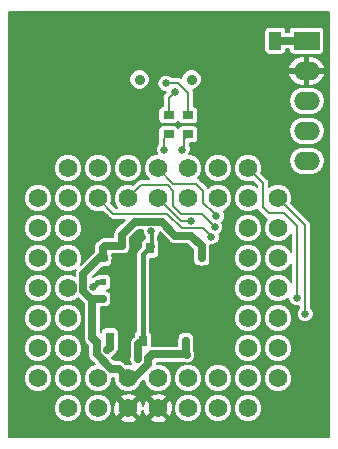
<source format=gbl>
G04 #@! TF.GenerationSoftware,KiCad,Pcbnew,(6.0.0-rc1-dev-1386-g1c99784e9)*
G04 #@! TF.CreationDate,2018-12-20T11:02:25-05:00
G04 #@! TF.ProjectId,TLAUX_Adapter_PSOC5,544c4155-585f-4416-9461-707465725f50,rev?*
G04 #@! TF.SameCoordinates,Original*
G04 #@! TF.FileFunction,Copper,L2,Bot*
G04 #@! TF.FilePolarity,Positive*
%FSLAX46Y46*%
G04 Gerber Fmt 4.6, Leading zero omitted, Abs format (unit mm)*
G04 Created by KiCad (PCBNEW (6.0.0-rc1-dev-1386-g1c99784e9)) date 12/20/2018 11:02:25 AM*
%MOMM*%
%LPD*%
G04 APERTURE LIST*
%ADD10R,2.199640X1.524000*%
%ADD11O,2.199640X1.524000*%
%ADD12C,1.574800*%
%ADD13R,0.700000X0.900000*%
%ADD14C,0.899160*%
%ADD15R,0.500000X0.600000*%
%ADD16R,0.600000X0.500000*%
%ADD17R,0.900000X0.700000*%
%ADD18R,1.000000X1.500000*%
%ADD19C,0.635000*%
%ADD20C,0.635000*%
%ADD21C,0.381000*%
%ADD22C,0.203200*%
%ADD23C,0.304800*%
G04 APERTURE END LIST*
D10*
X164973000Y-80645000D03*
D11*
X164973000Y-83185000D03*
X164973000Y-85725000D03*
X164973000Y-88265000D03*
X164973000Y-90805000D03*
D12*
X152400000Y-111760000D03*
X152400000Y-109220000D03*
X154940000Y-111760000D03*
X154940000Y-109220000D03*
X157480000Y-111760000D03*
X157480000Y-109220000D03*
X160020000Y-111760000D03*
X162560000Y-109220000D03*
X160020000Y-109220000D03*
X162560000Y-106680000D03*
X160020000Y-106680000D03*
X162560000Y-104140000D03*
X160020000Y-104140000D03*
X162560000Y-101600000D03*
X160020000Y-101600000D03*
X162560000Y-99060000D03*
X160020000Y-99060000D03*
X162560000Y-96520000D03*
X160020000Y-96520000D03*
X162560000Y-93980000D03*
X160020000Y-91440000D03*
X160020000Y-93980000D03*
X157480000Y-91440000D03*
X157480000Y-93980000D03*
X154940000Y-91440000D03*
X154940000Y-93980000D03*
X152400000Y-91440000D03*
X152400000Y-93980000D03*
X149860000Y-91440000D03*
X149860000Y-93980000D03*
X147320000Y-91440000D03*
X147320000Y-93980000D03*
X144780000Y-91440000D03*
X142240000Y-93980000D03*
X144780000Y-93980000D03*
X142240000Y-96520000D03*
X144780000Y-96520000D03*
X142240000Y-99060000D03*
X144780000Y-99060000D03*
X142240000Y-101600000D03*
X144780000Y-101600000D03*
X142240000Y-104140000D03*
X144780000Y-104140000D03*
X142240000Y-106680000D03*
X144780000Y-106680000D03*
X142240000Y-109220000D03*
X144780000Y-111760000D03*
X144780000Y-109220000D03*
X147320000Y-111760000D03*
X147320000Y-109220000D03*
X149860000Y-111760000D03*
X149860000Y-109220000D03*
D13*
X149797200Y-105765600D03*
X148297200Y-105765600D03*
D14*
X155232100Y-83921600D03*
X150835360Y-83921600D03*
D15*
X150435400Y-97993200D03*
X149335400Y-97993200D03*
X147871000Y-99060000D03*
X148971000Y-99060000D03*
X153653400Y-106045000D03*
X154753400Y-106045000D03*
D16*
X156083000Y-99060000D03*
X156083000Y-100160000D03*
D15*
X148844000Y-102489000D03*
X147744000Y-102489000D03*
D17*
X153289000Y-88557000D03*
X153289000Y-86957000D03*
X154940000Y-86957000D03*
X154940000Y-88557000D03*
D13*
X151738200Y-98221800D03*
X153238200Y-98221800D03*
X152591200Y-106019600D03*
X151091200Y-106019600D03*
D18*
X160416200Y-80645000D03*
X162316200Y-80645000D03*
D15*
X148844000Y-101092000D03*
X147744000Y-101092000D03*
D19*
X156083000Y-98044000D03*
X147193000Y-106172000D03*
X146812000Y-102489046D03*
X151546743Y-107477902D03*
X154838400Y-107238790D03*
X152704800Y-95961202D03*
X147701000Y-98171000D03*
X154178000Y-101346000D03*
X154025600Y-99796600D03*
X149961600Y-104063800D03*
X152019000Y-88646000D03*
X151130000Y-88265000D03*
X164211000Y-111760000D03*
X152425396Y-99822000D03*
X152273000Y-101980951D03*
X153459000Y-104063800D03*
X149910800Y-101981000D03*
X149834600Y-99872800D03*
X156946600Y-107010200D03*
X161950400Y-89458800D03*
X159156400Y-86156800D03*
X159131000Y-80645000D03*
X146735800Y-80670400D03*
X146761200Y-86182200D03*
X157759400Y-78867000D03*
X157759400Y-82346800D03*
X148310600Y-78867000D03*
X148336000Y-82499200D03*
X148361400Y-84429600D03*
X148437600Y-87884000D03*
X158750000Y-95250000D03*
X158750000Y-92710000D03*
X166243000Y-93980000D03*
X166243000Y-97917000D03*
X148107398Y-106857798D03*
X153060400Y-84251800D03*
X153796992Y-84963000D03*
X164846000Y-103759000D03*
X164150559Y-102398385D03*
X157327606Y-95478600D03*
X155194000Y-95935779D03*
X157200604Y-96393000D03*
X156908445Y-97246137D03*
X152933400Y-89865200D03*
X154432000Y-89865200D03*
X151825262Y-96774010D03*
X150696925Y-107600292D03*
X146875519Y-101473000D03*
D20*
X156083000Y-99060000D02*
X156083000Y-98044000D01*
X146812000Y-105791000D02*
X146812000Y-102938058D01*
X146812000Y-102938058D02*
X146812000Y-102489046D01*
X147193000Y-106172000D02*
X146812000Y-105791000D01*
X147193000Y-106621012D02*
X147193000Y-106172000D01*
X149860000Y-109220000D02*
X149072601Y-108432601D01*
X148428453Y-108432601D02*
X147193000Y-107197148D01*
X147193000Y-107197148D02*
X147193000Y-106621012D01*
X149072601Y-108432601D02*
X148428453Y-108432601D01*
X162316200Y-80645000D02*
X164973000Y-80645000D01*
X154753400Y-106045000D02*
X154753400Y-107153790D01*
X154753400Y-107153790D02*
X154838400Y-107238790D01*
X154787610Y-107188000D02*
X154838400Y-107238790D01*
X151892000Y-107188000D02*
X154787610Y-107188000D01*
X151546743Y-107477902D02*
X151602098Y-107477902D01*
X151602098Y-107477902D02*
X151892000Y-107188000D01*
X149335400Y-97058200D02*
X150432398Y-95961202D01*
X152255788Y-95961202D02*
X152704800Y-95961202D01*
X149335400Y-97993200D02*
X149335400Y-97058200D01*
X150432398Y-95961202D02*
X152255788Y-95961202D01*
X153873198Y-97129600D02*
X152704800Y-95961202D01*
X156083000Y-98044000D02*
X155168600Y-97129600D01*
X155168600Y-97129600D02*
X153873198Y-97129600D01*
D21*
X147871000Y-99060000D02*
X147871000Y-99052200D01*
D20*
X147429788Y-99060000D02*
X147701000Y-99060000D01*
X147701000Y-99060000D02*
X147828000Y-99060000D01*
X147701000Y-98788788D02*
X147701000Y-98620012D01*
X149335400Y-97993200D02*
X147878800Y-97993200D01*
X147701000Y-98620012D02*
X147701000Y-98171000D01*
X147878800Y-97993200D02*
X147701000Y-98171000D01*
X147429788Y-99060000D02*
X147701000Y-98788788D01*
X151546743Y-107926914D02*
X151546743Y-107477902D01*
X151546743Y-108041257D02*
X151546743Y-107926914D01*
X149860000Y-109220000D02*
X150368000Y-109220000D01*
X150368000Y-109220000D02*
X151546743Y-108041257D01*
X147700954Y-102489046D02*
X146812000Y-102489046D01*
X147701000Y-102489000D02*
X147700954Y-102489046D01*
X146062701Y-100427087D02*
X147429788Y-99060000D01*
X146062701Y-101866701D02*
X146062701Y-100427087D01*
X146812000Y-102489046D02*
X146685046Y-102489046D01*
X146685046Y-102489046D02*
X146062701Y-101866701D01*
D22*
X148198252Y-106948652D02*
X148107398Y-106857798D01*
X148294348Y-106948652D02*
X148198252Y-106948652D01*
X148297200Y-105765600D02*
X148297200Y-105880600D01*
D20*
X148336000Y-105791000D02*
X148336000Y-105918000D01*
X148107398Y-106857798D02*
X148336000Y-106629196D01*
X148336000Y-106629196D02*
X148336000Y-105791000D01*
D22*
X154101800Y-84251800D02*
X153509412Y-84251800D01*
X153509412Y-84251800D02*
X153060400Y-84251800D01*
X154940000Y-85090000D02*
X154101800Y-84251800D01*
X154940000Y-86957000D02*
X154940000Y-85090000D01*
X153289000Y-85470992D02*
X153479493Y-85280499D01*
X153289000Y-86957000D02*
X153289000Y-85470992D01*
X153479493Y-85280499D02*
X153796992Y-84963000D01*
X164846000Y-103309988D02*
X164846000Y-103759000D01*
X164846000Y-96266000D02*
X164846000Y-103309988D01*
X162560000Y-93980000D02*
X164846000Y-96266000D01*
X164150559Y-101949373D02*
X164150559Y-102398385D01*
X161290000Y-94742000D02*
X161798000Y-95250000D01*
X160020000Y-91440000D02*
X161290000Y-92710000D01*
X163068000Y-95250000D02*
X164150559Y-96332559D01*
X161290000Y-92710000D02*
X161290000Y-94742000D01*
X161798000Y-95250000D02*
X163068000Y-95250000D01*
X164150559Y-96332559D02*
X164150559Y-101949373D01*
X156184600Y-94335594D02*
X157010107Y-95161101D01*
X153695400Y-92735400D02*
X155575000Y-92735400D01*
X152400000Y-91440000D02*
X153695400Y-92735400D01*
X156184600Y-93345000D02*
X156184600Y-94335594D01*
X155575000Y-92735400D02*
X156184600Y-93345000D01*
X157010107Y-95161101D02*
X157327606Y-95478600D01*
X154355779Y-95935779D02*
X154744988Y-95935779D01*
X152400000Y-93980000D02*
X154355779Y-95935779D01*
X154744988Y-95935779D02*
X155194000Y-95935779D01*
X153670000Y-93345012D02*
X153670000Y-94589600D01*
X153212800Y-92887812D02*
X153670000Y-93345012D01*
X156883105Y-96075501D02*
X157200604Y-96393000D01*
X153670000Y-94589600D02*
X154368499Y-95288099D01*
X154368499Y-95288099D02*
X156095703Y-95288099D01*
X150952188Y-92887812D02*
X153212800Y-92887812D01*
X156095703Y-95288099D02*
X156883105Y-96075501D01*
X149860000Y-93980000D02*
X150952188Y-92887812D01*
X156194997Y-96532689D02*
X156590946Y-96928638D01*
X156590946Y-96928638D02*
X156908445Y-97246137D01*
X154399847Y-96532689D02*
X156194997Y-96532689D01*
X153142558Y-95275400D02*
X154399847Y-96532689D01*
X148615400Y-95275400D02*
X153142558Y-95275400D01*
X147320000Y-93980000D02*
X148615400Y-95275400D01*
X152933400Y-89509600D02*
X152933400Y-89865200D01*
X153289000Y-88557000D02*
X152933400Y-88912600D01*
X152933400Y-88912600D02*
X152933400Y-89509600D01*
X154559000Y-89738200D02*
X154432000Y-89865200D01*
X154559000Y-88950800D02*
X154559000Y-89738200D01*
X154940000Y-88557000D02*
X154940000Y-88569800D01*
X154940000Y-88569800D02*
X154559000Y-88950800D01*
D23*
X151865200Y-96813948D02*
X151825262Y-96774010D01*
D21*
X151155400Y-106070400D02*
X151155400Y-98729800D01*
X151155400Y-98729800D02*
X151865200Y-98020000D01*
D23*
X151865200Y-98094800D02*
X151738200Y-98221800D01*
X151865200Y-97637600D02*
X151865200Y-98094800D01*
X151865200Y-98020000D02*
X151865200Y-97637600D01*
X151865200Y-97637600D02*
X151865200Y-96813948D01*
D20*
X150733942Y-107563275D02*
X150696925Y-107600292D01*
X150733942Y-106314058D02*
X150733942Y-107563275D01*
X151091200Y-106019600D02*
X151028400Y-106019600D01*
X151028400Y-106019600D02*
X150733942Y-106314058D01*
D22*
X147701000Y-101092000D02*
X147828000Y-101092000D01*
D21*
X147701000Y-101092000D02*
X147256519Y-101092000D01*
X147256519Y-101092000D02*
X147193018Y-101155501D01*
X147193018Y-101155501D02*
X146875519Y-101473000D01*
D22*
G36*
X166903400Y-114198400D02*
G01*
X139801600Y-114198400D01*
X139801600Y-111522538D01*
X143586200Y-111522538D01*
X143586200Y-111997462D01*
X143767945Y-112436233D01*
X144103767Y-112772055D01*
X144542538Y-112953800D01*
X145017462Y-112953800D01*
X145456233Y-112772055D01*
X145792055Y-112436233D01*
X145973800Y-111997462D01*
X145973800Y-111522538D01*
X146126200Y-111522538D01*
X146126200Y-111997462D01*
X146307945Y-112436233D01*
X146643767Y-112772055D01*
X147082538Y-112953800D01*
X147557462Y-112953800D01*
X147996233Y-112772055D01*
X148077241Y-112691047D01*
X149144479Y-112691047D01*
X149227472Y-112889878D01*
X149708006Y-113045929D01*
X150211680Y-113006209D01*
X150492528Y-112889878D01*
X150575521Y-112691047D01*
X151684479Y-112691047D01*
X151767472Y-112889878D01*
X152248006Y-113045929D01*
X152751680Y-113006209D01*
X153032528Y-112889878D01*
X153115521Y-112691047D01*
X152400000Y-111975526D01*
X151684479Y-112691047D01*
X150575521Y-112691047D01*
X149860000Y-111975526D01*
X149144479Y-112691047D01*
X148077241Y-112691047D01*
X148332055Y-112436233D01*
X148513800Y-111997462D01*
X148513800Y-111608006D01*
X148574071Y-111608006D01*
X148613791Y-112111680D01*
X148730122Y-112392528D01*
X148928953Y-112475521D01*
X149644474Y-111760000D01*
X150075526Y-111760000D01*
X150791047Y-112475521D01*
X150989878Y-112392528D01*
X151139584Y-111931531D01*
X151153791Y-112111680D01*
X151270122Y-112392528D01*
X151468953Y-112475521D01*
X152184474Y-111760000D01*
X152615526Y-111760000D01*
X153331047Y-112475521D01*
X153529878Y-112392528D01*
X153685929Y-111911994D01*
X153655217Y-111522538D01*
X153746200Y-111522538D01*
X153746200Y-111997462D01*
X153927945Y-112436233D01*
X154263767Y-112772055D01*
X154702538Y-112953800D01*
X155177462Y-112953800D01*
X155616233Y-112772055D01*
X155952055Y-112436233D01*
X156133800Y-111997462D01*
X156133800Y-111522538D01*
X156286200Y-111522538D01*
X156286200Y-111997462D01*
X156467945Y-112436233D01*
X156803767Y-112772055D01*
X157242538Y-112953800D01*
X157717462Y-112953800D01*
X158156233Y-112772055D01*
X158492055Y-112436233D01*
X158673800Y-111997462D01*
X158673800Y-111522538D01*
X158826200Y-111522538D01*
X158826200Y-111997462D01*
X159007945Y-112436233D01*
X159343767Y-112772055D01*
X159782538Y-112953800D01*
X160257462Y-112953800D01*
X160696233Y-112772055D01*
X161032055Y-112436233D01*
X161213800Y-111997462D01*
X161213800Y-111522538D01*
X161032055Y-111083767D01*
X160696233Y-110747945D01*
X160257462Y-110566200D01*
X159782538Y-110566200D01*
X159343767Y-110747945D01*
X159007945Y-111083767D01*
X158826200Y-111522538D01*
X158673800Y-111522538D01*
X158492055Y-111083767D01*
X158156233Y-110747945D01*
X157717462Y-110566200D01*
X157242538Y-110566200D01*
X156803767Y-110747945D01*
X156467945Y-111083767D01*
X156286200Y-111522538D01*
X156133800Y-111522538D01*
X155952055Y-111083767D01*
X155616233Y-110747945D01*
X155177462Y-110566200D01*
X154702538Y-110566200D01*
X154263767Y-110747945D01*
X153927945Y-111083767D01*
X153746200Y-111522538D01*
X153655217Y-111522538D01*
X153646209Y-111408320D01*
X153529878Y-111127472D01*
X153331047Y-111044479D01*
X152615526Y-111760000D01*
X152184474Y-111760000D01*
X151468953Y-111044479D01*
X151270122Y-111127472D01*
X151120416Y-111588469D01*
X151106209Y-111408320D01*
X150989878Y-111127472D01*
X150791047Y-111044479D01*
X150075526Y-111760000D01*
X149644474Y-111760000D01*
X148928953Y-111044479D01*
X148730122Y-111127472D01*
X148574071Y-111608006D01*
X148513800Y-111608006D01*
X148513800Y-111522538D01*
X148332055Y-111083767D01*
X148077241Y-110828953D01*
X149144479Y-110828953D01*
X149860000Y-111544474D01*
X150575521Y-110828953D01*
X151684479Y-110828953D01*
X152400000Y-111544474D01*
X153115521Y-110828953D01*
X153032528Y-110630122D01*
X152551994Y-110474071D01*
X152048320Y-110513791D01*
X151767472Y-110630122D01*
X151684479Y-110828953D01*
X150575521Y-110828953D01*
X150492528Y-110630122D01*
X150011994Y-110474071D01*
X149508320Y-110513791D01*
X149227472Y-110630122D01*
X149144479Y-110828953D01*
X148077241Y-110828953D01*
X147996233Y-110747945D01*
X147557462Y-110566200D01*
X147082538Y-110566200D01*
X146643767Y-110747945D01*
X146307945Y-111083767D01*
X146126200Y-111522538D01*
X145973800Y-111522538D01*
X145792055Y-111083767D01*
X145456233Y-110747945D01*
X145017462Y-110566200D01*
X144542538Y-110566200D01*
X144103767Y-110747945D01*
X143767945Y-111083767D01*
X143586200Y-111522538D01*
X139801600Y-111522538D01*
X139801600Y-108982538D01*
X141046200Y-108982538D01*
X141046200Y-109457462D01*
X141227945Y-109896233D01*
X141563767Y-110232055D01*
X142002538Y-110413800D01*
X142477462Y-110413800D01*
X142916233Y-110232055D01*
X143252055Y-109896233D01*
X143433800Y-109457462D01*
X143433800Y-108982538D01*
X143586200Y-108982538D01*
X143586200Y-109457462D01*
X143767945Y-109896233D01*
X144103767Y-110232055D01*
X144542538Y-110413800D01*
X145017462Y-110413800D01*
X145456233Y-110232055D01*
X145792055Y-109896233D01*
X145973800Y-109457462D01*
X145973800Y-108982538D01*
X145792055Y-108543767D01*
X145456233Y-108207945D01*
X145017462Y-108026200D01*
X144542538Y-108026200D01*
X144103767Y-108207945D01*
X143767945Y-108543767D01*
X143586200Y-108982538D01*
X143433800Y-108982538D01*
X143252055Y-108543767D01*
X142916233Y-108207945D01*
X142477462Y-108026200D01*
X142002538Y-108026200D01*
X141563767Y-108207945D01*
X141227945Y-108543767D01*
X141046200Y-108982538D01*
X139801600Y-108982538D01*
X139801600Y-106442538D01*
X141046200Y-106442538D01*
X141046200Y-106917462D01*
X141227945Y-107356233D01*
X141563767Y-107692055D01*
X142002538Y-107873800D01*
X142477462Y-107873800D01*
X142916233Y-107692055D01*
X143252055Y-107356233D01*
X143433800Y-106917462D01*
X143433800Y-106442538D01*
X143586200Y-106442538D01*
X143586200Y-106917462D01*
X143767945Y-107356233D01*
X144103767Y-107692055D01*
X144542538Y-107873800D01*
X145017462Y-107873800D01*
X145456233Y-107692055D01*
X145792055Y-107356233D01*
X145973800Y-106917462D01*
X145973800Y-106442538D01*
X145792055Y-106003767D01*
X145456233Y-105667945D01*
X145017462Y-105486200D01*
X144542538Y-105486200D01*
X144103767Y-105667945D01*
X143767945Y-106003767D01*
X143586200Y-106442538D01*
X143433800Y-106442538D01*
X143252055Y-106003767D01*
X142916233Y-105667945D01*
X142477462Y-105486200D01*
X142002538Y-105486200D01*
X141563767Y-105667945D01*
X141227945Y-106003767D01*
X141046200Y-106442538D01*
X139801600Y-106442538D01*
X139801600Y-103902538D01*
X141046200Y-103902538D01*
X141046200Y-104377462D01*
X141227945Y-104816233D01*
X141563767Y-105152055D01*
X142002538Y-105333800D01*
X142477462Y-105333800D01*
X142916233Y-105152055D01*
X143252055Y-104816233D01*
X143433800Y-104377462D01*
X143433800Y-103902538D01*
X143586200Y-103902538D01*
X143586200Y-104377462D01*
X143767945Y-104816233D01*
X144103767Y-105152055D01*
X144542538Y-105333800D01*
X145017462Y-105333800D01*
X145456233Y-105152055D01*
X145792055Y-104816233D01*
X145973800Y-104377462D01*
X145973800Y-103902538D01*
X145792055Y-103463767D01*
X145456233Y-103127945D01*
X145017462Y-102946200D01*
X144542538Y-102946200D01*
X144103767Y-103127945D01*
X143767945Y-103463767D01*
X143586200Y-103902538D01*
X143433800Y-103902538D01*
X143252055Y-103463767D01*
X142916233Y-103127945D01*
X142477462Y-102946200D01*
X142002538Y-102946200D01*
X141563767Y-103127945D01*
X141227945Y-103463767D01*
X141046200Y-103902538D01*
X139801600Y-103902538D01*
X139801600Y-101362538D01*
X141046200Y-101362538D01*
X141046200Y-101837462D01*
X141227945Y-102276233D01*
X141563767Y-102612055D01*
X142002538Y-102793800D01*
X142477462Y-102793800D01*
X142916233Y-102612055D01*
X143252055Y-102276233D01*
X143433800Y-101837462D01*
X143433800Y-101362538D01*
X143252055Y-100923767D01*
X142916233Y-100587945D01*
X142477462Y-100406200D01*
X142002538Y-100406200D01*
X141563767Y-100587945D01*
X141227945Y-100923767D01*
X141046200Y-101362538D01*
X139801600Y-101362538D01*
X139801600Y-98822538D01*
X141046200Y-98822538D01*
X141046200Y-99297462D01*
X141227945Y-99736233D01*
X141563767Y-100072055D01*
X142002538Y-100253800D01*
X142477462Y-100253800D01*
X142916233Y-100072055D01*
X143252055Y-99736233D01*
X143433800Y-99297462D01*
X143433800Y-98822538D01*
X143586200Y-98822538D01*
X143586200Y-99297462D01*
X143767945Y-99736233D01*
X144103767Y-100072055D01*
X144542538Y-100253800D01*
X145017462Y-100253800D01*
X145418992Y-100087481D01*
X145380802Y-100144636D01*
X145324619Y-100427087D01*
X145338802Y-100498389D01*
X145338802Y-100539303D01*
X145017462Y-100406200D01*
X144542538Y-100406200D01*
X144103767Y-100587945D01*
X143767945Y-100923767D01*
X143586200Y-101362538D01*
X143586200Y-101837462D01*
X143767945Y-102276233D01*
X144103767Y-102612055D01*
X144542538Y-102793800D01*
X145017462Y-102793800D01*
X145456233Y-102612055D01*
X145620270Y-102448018D01*
X146088100Y-102915850D01*
X146088100Y-103009355D01*
X146088101Y-103009360D01*
X146088100Y-105719702D01*
X146073918Y-105791000D01*
X146093832Y-105891114D01*
X146130101Y-106073451D01*
X146290097Y-106312902D01*
X146350543Y-106353291D01*
X146469100Y-106471848D01*
X146469100Y-107125850D01*
X146454918Y-107197148D01*
X146483978Y-107343240D01*
X146511101Y-107479599D01*
X146671097Y-107719050D01*
X146731543Y-107759439D01*
X147022975Y-108050872D01*
X146643767Y-108207945D01*
X146307945Y-108543767D01*
X146126200Y-108982538D01*
X146126200Y-109457462D01*
X146307945Y-109896233D01*
X146643767Y-110232055D01*
X147082538Y-110413800D01*
X147557462Y-110413800D01*
X147996233Y-110232055D01*
X148332055Y-109896233D01*
X148513800Y-109457462D01*
X148513800Y-109156501D01*
X148666200Y-109156501D01*
X148666200Y-109457462D01*
X148847945Y-109896233D01*
X149183767Y-110232055D01*
X149622538Y-110413800D01*
X150097462Y-110413800D01*
X150536233Y-110232055D01*
X150872055Y-109896233D01*
X150982746Y-109629003D01*
X151206200Y-109405548D01*
X151206200Y-109457462D01*
X151387945Y-109896233D01*
X151723767Y-110232055D01*
X152162538Y-110413800D01*
X152637462Y-110413800D01*
X153076233Y-110232055D01*
X153412055Y-109896233D01*
X153593800Y-109457462D01*
X153593800Y-108982538D01*
X153746200Y-108982538D01*
X153746200Y-109457462D01*
X153927945Y-109896233D01*
X154263767Y-110232055D01*
X154702538Y-110413800D01*
X155177462Y-110413800D01*
X155616233Y-110232055D01*
X155952055Y-109896233D01*
X156133800Y-109457462D01*
X156133800Y-108982538D01*
X156286200Y-108982538D01*
X156286200Y-109457462D01*
X156467945Y-109896233D01*
X156803767Y-110232055D01*
X157242538Y-110413800D01*
X157717462Y-110413800D01*
X158156233Y-110232055D01*
X158492055Y-109896233D01*
X158673800Y-109457462D01*
X158673800Y-108982538D01*
X158826200Y-108982538D01*
X158826200Y-109457462D01*
X159007945Y-109896233D01*
X159343767Y-110232055D01*
X159782538Y-110413800D01*
X160257462Y-110413800D01*
X160696233Y-110232055D01*
X161032055Y-109896233D01*
X161213800Y-109457462D01*
X161213800Y-108982538D01*
X161366200Y-108982538D01*
X161366200Y-109457462D01*
X161547945Y-109896233D01*
X161883767Y-110232055D01*
X162322538Y-110413800D01*
X162797462Y-110413800D01*
X163236233Y-110232055D01*
X163572055Y-109896233D01*
X163753800Y-109457462D01*
X163753800Y-108982538D01*
X163572055Y-108543767D01*
X163236233Y-108207945D01*
X162797462Y-108026200D01*
X162322538Y-108026200D01*
X161883767Y-108207945D01*
X161547945Y-108543767D01*
X161366200Y-108982538D01*
X161213800Y-108982538D01*
X161032055Y-108543767D01*
X160696233Y-108207945D01*
X160257462Y-108026200D01*
X159782538Y-108026200D01*
X159343767Y-108207945D01*
X159007945Y-108543767D01*
X158826200Y-108982538D01*
X158673800Y-108982538D01*
X158492055Y-108543767D01*
X158156233Y-108207945D01*
X157717462Y-108026200D01*
X157242538Y-108026200D01*
X156803767Y-108207945D01*
X156467945Y-108543767D01*
X156286200Y-108982538D01*
X156133800Y-108982538D01*
X155952055Y-108543767D01*
X155616233Y-108207945D01*
X155177462Y-108026200D01*
X154702538Y-108026200D01*
X154263767Y-108207945D01*
X153927945Y-108543767D01*
X153746200Y-108982538D01*
X153593800Y-108982538D01*
X153412055Y-108543767D01*
X153076233Y-108207945D01*
X152637462Y-108026200D01*
X152281830Y-108026200D01*
X152270643Y-107969961D01*
X152270643Y-107911900D01*
X154542795Y-107911900D01*
X154555949Y-107920689D01*
X154627246Y-107934871D01*
X154694407Y-107962690D01*
X154767102Y-107962690D01*
X154838399Y-107976872D01*
X154838400Y-107976872D01*
X154909698Y-107962690D01*
X154982393Y-107962690D01*
X155049555Y-107934871D01*
X155120851Y-107920689D01*
X155181292Y-107880303D01*
X155248456Y-107852483D01*
X155299862Y-107801077D01*
X155360302Y-107760692D01*
X155400687Y-107700252D01*
X155452093Y-107648846D01*
X155479913Y-107581682D01*
X155520299Y-107521241D01*
X155534481Y-107449945D01*
X155562300Y-107382783D01*
X155562300Y-107310088D01*
X155576482Y-107238790D01*
X155567862Y-107195451D01*
X155562300Y-107167492D01*
X155562300Y-107094797D01*
X155534481Y-107027636D01*
X155520299Y-106956339D01*
X155479913Y-106895898D01*
X155477300Y-106889589D01*
X155477300Y-106442538D01*
X158826200Y-106442538D01*
X158826200Y-106917462D01*
X159007945Y-107356233D01*
X159343767Y-107692055D01*
X159782538Y-107873800D01*
X160257462Y-107873800D01*
X160696233Y-107692055D01*
X161032055Y-107356233D01*
X161213800Y-106917462D01*
X161213800Y-106442538D01*
X161366200Y-106442538D01*
X161366200Y-106917462D01*
X161547945Y-107356233D01*
X161883767Y-107692055D01*
X162322538Y-107873800D01*
X162797462Y-107873800D01*
X163236233Y-107692055D01*
X163572055Y-107356233D01*
X163753800Y-106917462D01*
X163753800Y-106442538D01*
X163572055Y-106003767D01*
X163236233Y-105667945D01*
X162797462Y-105486200D01*
X162322538Y-105486200D01*
X161883767Y-105667945D01*
X161547945Y-106003767D01*
X161366200Y-106442538D01*
X161213800Y-106442538D01*
X161032055Y-106003767D01*
X160696233Y-105667945D01*
X160257462Y-105486200D01*
X159782538Y-105486200D01*
X159343767Y-105667945D01*
X159007945Y-106003767D01*
X158826200Y-106442538D01*
X155477300Y-106442538D01*
X155477300Y-105973702D01*
X155435299Y-105762548D01*
X155415297Y-105732613D01*
X155386220Y-105586431D01*
X155296397Y-105452003D01*
X155161969Y-105362180D01*
X155003400Y-105330639D01*
X154872654Y-105330639D01*
X154753400Y-105306918D01*
X154634146Y-105330639D01*
X154503400Y-105330639D01*
X154344831Y-105362180D01*
X154210403Y-105452003D01*
X154120580Y-105586431D01*
X154091503Y-105732614D01*
X154071501Y-105762549D01*
X154029500Y-105973703D01*
X154029500Y-106464100D01*
X151963296Y-106464100D01*
X151891999Y-106449918D01*
X151855561Y-106457166D01*
X151855561Y-105569600D01*
X151824020Y-105411031D01*
X151752300Y-105303696D01*
X151752300Y-103902538D01*
X158826200Y-103902538D01*
X158826200Y-104377462D01*
X159007945Y-104816233D01*
X159343767Y-105152055D01*
X159782538Y-105333800D01*
X160257462Y-105333800D01*
X160696233Y-105152055D01*
X161032055Y-104816233D01*
X161213800Y-104377462D01*
X161213800Y-103902538D01*
X161366200Y-103902538D01*
X161366200Y-104377462D01*
X161547945Y-104816233D01*
X161883767Y-105152055D01*
X162322538Y-105333800D01*
X162797462Y-105333800D01*
X163236233Y-105152055D01*
X163572055Y-104816233D01*
X163753800Y-104377462D01*
X163753800Y-103902538D01*
X163572055Y-103463767D01*
X163236233Y-103127945D01*
X162797462Y-102946200D01*
X162322538Y-102946200D01*
X161883767Y-103127945D01*
X161547945Y-103463767D01*
X161366200Y-103902538D01*
X161213800Y-103902538D01*
X161032055Y-103463767D01*
X160696233Y-103127945D01*
X160257462Y-102946200D01*
X159782538Y-102946200D01*
X159343767Y-103127945D01*
X159007945Y-103463767D01*
X158826200Y-103902538D01*
X151752300Y-103902538D01*
X151752300Y-101362538D01*
X158826200Y-101362538D01*
X158826200Y-101837462D01*
X159007945Y-102276233D01*
X159343767Y-102612055D01*
X159782538Y-102793800D01*
X160257462Y-102793800D01*
X160696233Y-102612055D01*
X161032055Y-102276233D01*
X161213800Y-101837462D01*
X161213800Y-101362538D01*
X161032055Y-100923767D01*
X160696233Y-100587945D01*
X160257462Y-100406200D01*
X159782538Y-100406200D01*
X159343767Y-100587945D01*
X159007945Y-100923767D01*
X158826200Y-101362538D01*
X151752300Y-101362538D01*
X151752300Y-99086161D01*
X152088200Y-99086161D01*
X152246769Y-99054620D01*
X152381197Y-98964797D01*
X152471020Y-98830369D01*
X152502561Y-98671800D01*
X152502561Y-97771800D01*
X152471020Y-97613231D01*
X152424000Y-97542861D01*
X152424000Y-97199021D01*
X152438955Y-97184066D01*
X152549162Y-96918003D01*
X152549162Y-96829312D01*
X153310907Y-97591058D01*
X153351295Y-97651503D01*
X153590746Y-97811499D01*
X153801900Y-97853500D01*
X153801901Y-97853500D01*
X153873197Y-97867682D01*
X153944494Y-97853500D01*
X154868752Y-97853500D01*
X155359101Y-98343849D01*
X155359100Y-99131297D01*
X155368639Y-99179253D01*
X155368639Y-99310000D01*
X155400180Y-99468569D01*
X155490003Y-99602997D01*
X155624431Y-99692820D01*
X155770613Y-99721897D01*
X155800548Y-99741899D01*
X156083000Y-99798082D01*
X156365451Y-99741899D01*
X156395386Y-99721897D01*
X156541569Y-99692820D01*
X156675997Y-99602997D01*
X156765820Y-99468569D01*
X156797361Y-99310000D01*
X156797361Y-99179254D01*
X156806900Y-99131298D01*
X156806900Y-98822538D01*
X158826200Y-98822538D01*
X158826200Y-99297462D01*
X159007945Y-99736233D01*
X159343767Y-100072055D01*
X159782538Y-100253800D01*
X160257462Y-100253800D01*
X160696233Y-100072055D01*
X161032055Y-99736233D01*
X161213800Y-99297462D01*
X161213800Y-98822538D01*
X161032055Y-98383767D01*
X160696233Y-98047945D01*
X160257462Y-97866200D01*
X159782538Y-97866200D01*
X159343767Y-98047945D01*
X159007945Y-98383767D01*
X158826200Y-98822538D01*
X156806900Y-98822538D01*
X156806900Y-98115298D01*
X156821082Y-98044000D01*
X156806900Y-97972702D01*
X156806900Y-97970037D01*
X157052438Y-97970037D01*
X157318501Y-97859830D01*
X157522138Y-97656193D01*
X157632345Y-97390130D01*
X157632345Y-97102144D01*
X157595422Y-97013005D01*
X157610660Y-97006693D01*
X157814297Y-96803056D01*
X157924504Y-96536993D01*
X157924504Y-96282538D01*
X158826200Y-96282538D01*
X158826200Y-96757462D01*
X159007945Y-97196233D01*
X159343767Y-97532055D01*
X159782538Y-97713800D01*
X160257462Y-97713800D01*
X160696233Y-97532055D01*
X161032055Y-97196233D01*
X161213800Y-96757462D01*
X161213800Y-96282538D01*
X161032055Y-95843767D01*
X160696233Y-95507945D01*
X160257462Y-95326200D01*
X159782538Y-95326200D01*
X159343767Y-95507945D01*
X159007945Y-95843767D01*
X158826200Y-96282538D01*
X157924504Y-96282538D01*
X157924504Y-96249007D01*
X157823879Y-96006076D01*
X157941299Y-95888656D01*
X158051506Y-95622593D01*
X158051506Y-95334607D01*
X157945732Y-95079247D01*
X158156233Y-94992055D01*
X158492055Y-94656233D01*
X158673800Y-94217462D01*
X158673800Y-93742538D01*
X158492055Y-93303767D01*
X158156233Y-92967945D01*
X157717462Y-92786200D01*
X157242538Y-92786200D01*
X156803767Y-92967945D01*
X156647824Y-93123888D01*
X156550847Y-92978753D01*
X156508433Y-92950413D01*
X155969587Y-92411567D01*
X155941247Y-92369153D01*
X155796112Y-92272176D01*
X155952055Y-92116233D01*
X156133800Y-91677462D01*
X156133800Y-91202538D01*
X156286200Y-91202538D01*
X156286200Y-91677462D01*
X156467945Y-92116233D01*
X156803767Y-92452055D01*
X157242538Y-92633800D01*
X157717462Y-92633800D01*
X158156233Y-92452055D01*
X158492055Y-92116233D01*
X158673800Y-91677462D01*
X158673800Y-91202538D01*
X158826200Y-91202538D01*
X158826200Y-91677462D01*
X159007945Y-92116233D01*
X159343767Y-92452055D01*
X159782538Y-92633800D01*
X160257462Y-92633800D01*
X160425695Y-92564116D01*
X160782000Y-92920421D01*
X160782000Y-93053712D01*
X160696233Y-92967945D01*
X160257462Y-92786200D01*
X159782538Y-92786200D01*
X159343767Y-92967945D01*
X159007945Y-93303767D01*
X158826200Y-93742538D01*
X158826200Y-94217462D01*
X159007945Y-94656233D01*
X159343767Y-94992055D01*
X159782538Y-95173800D01*
X160257462Y-95173800D01*
X160696233Y-94992055D01*
X160800957Y-94887331D01*
X160811475Y-94940211D01*
X160895412Y-95065832D01*
X160895415Y-95065835D01*
X160923754Y-95108247D01*
X160966166Y-95136586D01*
X161403412Y-95573832D01*
X161431753Y-95616247D01*
X161599788Y-95728525D01*
X161652668Y-95739044D01*
X161547945Y-95843767D01*
X161366200Y-96282538D01*
X161366200Y-96757462D01*
X161547945Y-97196233D01*
X161883767Y-97532055D01*
X162322538Y-97713800D01*
X162797462Y-97713800D01*
X163236233Y-97532055D01*
X163572055Y-97196233D01*
X163642559Y-97026021D01*
X163642559Y-98553980D01*
X163572055Y-98383767D01*
X163236233Y-98047945D01*
X162797462Y-97866200D01*
X162322538Y-97866200D01*
X161883767Y-98047945D01*
X161547945Y-98383767D01*
X161366200Y-98822538D01*
X161366200Y-99297462D01*
X161547945Y-99736233D01*
X161883767Y-100072055D01*
X162322538Y-100253800D01*
X162797462Y-100253800D01*
X163236233Y-100072055D01*
X163572055Y-99736233D01*
X163642560Y-99566020D01*
X163642560Y-101093981D01*
X163572055Y-100923767D01*
X163236233Y-100587945D01*
X162797462Y-100406200D01*
X162322538Y-100406200D01*
X161883767Y-100587945D01*
X161547945Y-100923767D01*
X161366200Y-101362538D01*
X161366200Y-101837462D01*
X161547945Y-102276233D01*
X161883767Y-102612055D01*
X162322538Y-102793800D01*
X162797462Y-102793800D01*
X163236233Y-102612055D01*
X163426659Y-102421629D01*
X163426659Y-102542378D01*
X163536866Y-102808441D01*
X163740503Y-103012078D01*
X164006566Y-103122285D01*
X164294552Y-103122285D01*
X164338001Y-103104288D01*
X164338001Y-103243250D01*
X164232307Y-103348944D01*
X164122100Y-103615007D01*
X164122100Y-103902993D01*
X164232307Y-104169056D01*
X164435944Y-104372693D01*
X164702007Y-104482900D01*
X164989993Y-104482900D01*
X165256056Y-104372693D01*
X165459693Y-104169056D01*
X165569900Y-103902993D01*
X165569900Y-103615007D01*
X165459693Y-103348944D01*
X165354000Y-103243251D01*
X165354000Y-96316027D01*
X165363951Y-96265999D01*
X165354000Y-96215969D01*
X165354000Y-96215968D01*
X165324525Y-96067788D01*
X165253307Y-95961203D01*
X165240588Y-95942167D01*
X165240586Y-95942165D01*
X165212247Y-95899753D01*
X165169836Y-95871415D01*
X163684116Y-94385695D01*
X163753800Y-94217462D01*
X163753800Y-93742538D01*
X163572055Y-93303767D01*
X163236233Y-92967945D01*
X162797462Y-92786200D01*
X162322538Y-92786200D01*
X161883767Y-92967945D01*
X161798000Y-93053712D01*
X161798000Y-92760027D01*
X161807951Y-92709999D01*
X161798000Y-92659969D01*
X161798000Y-92659968D01*
X161768525Y-92511788D01*
X161756121Y-92493224D01*
X161684588Y-92386167D01*
X161684586Y-92386165D01*
X161656247Y-92343753D01*
X161613836Y-92315415D01*
X161144116Y-91845695D01*
X161213800Y-91677462D01*
X161213800Y-91202538D01*
X161049135Y-90805000D01*
X163443890Y-90805000D01*
X163534572Y-91260887D01*
X163792811Y-91647369D01*
X164179293Y-91905608D01*
X164520105Y-91973400D01*
X165425895Y-91973400D01*
X165766707Y-91905608D01*
X166153189Y-91647369D01*
X166411428Y-91260887D01*
X166502110Y-90805000D01*
X166411428Y-90349113D01*
X166153189Y-89962631D01*
X165766707Y-89704392D01*
X165425895Y-89636600D01*
X164520105Y-89636600D01*
X164179293Y-89704392D01*
X163792811Y-89962631D01*
X163534572Y-90349113D01*
X163443890Y-90805000D01*
X161049135Y-90805000D01*
X161032055Y-90763767D01*
X160696233Y-90427945D01*
X160257462Y-90246200D01*
X159782538Y-90246200D01*
X159343767Y-90427945D01*
X159007945Y-90763767D01*
X158826200Y-91202538D01*
X158673800Y-91202538D01*
X158492055Y-90763767D01*
X158156233Y-90427945D01*
X157717462Y-90246200D01*
X157242538Y-90246200D01*
X156803767Y-90427945D01*
X156467945Y-90763767D01*
X156286200Y-91202538D01*
X156133800Y-91202538D01*
X155952055Y-90763767D01*
X155616233Y-90427945D01*
X155177462Y-90246200D01*
X155057728Y-90246200D01*
X155155900Y-90009193D01*
X155155900Y-89721207D01*
X155067000Y-89506584D01*
X155067000Y-89321361D01*
X155390000Y-89321361D01*
X155548569Y-89289820D01*
X155682997Y-89199997D01*
X155772820Y-89065569D01*
X155804361Y-88907000D01*
X155804361Y-88265000D01*
X163443890Y-88265000D01*
X163534572Y-88720887D01*
X163792811Y-89107369D01*
X164179293Y-89365608D01*
X164520105Y-89433400D01*
X165425895Y-89433400D01*
X165766707Y-89365608D01*
X166153189Y-89107369D01*
X166411428Y-88720887D01*
X166502110Y-88265000D01*
X166411428Y-87809113D01*
X166153189Y-87422631D01*
X165766707Y-87164392D01*
X165425895Y-87096600D01*
X164520105Y-87096600D01*
X164179293Y-87164392D01*
X163792811Y-87422631D01*
X163534572Y-87809113D01*
X163443890Y-88265000D01*
X155804361Y-88265000D01*
X155804361Y-88207000D01*
X155772820Y-88048431D01*
X155682997Y-87914003D01*
X155548569Y-87824180D01*
X155390000Y-87792639D01*
X154490000Y-87792639D01*
X154331431Y-87824180D01*
X154197003Y-87914003D01*
X154114500Y-88037476D01*
X154031997Y-87914003D01*
X153897569Y-87824180D01*
X153739000Y-87792639D01*
X152839000Y-87792639D01*
X152680431Y-87824180D01*
X152546003Y-87914003D01*
X152456180Y-88048431D01*
X152424639Y-88207000D01*
X152424639Y-88866398D01*
X152415449Y-88912600D01*
X152425400Y-88962629D01*
X152425401Y-89349450D01*
X152319707Y-89455144D01*
X152209500Y-89721207D01*
X152209500Y-90009193D01*
X152307672Y-90246200D01*
X152162538Y-90246200D01*
X151723767Y-90427945D01*
X151387945Y-90763767D01*
X151206200Y-91202538D01*
X151206200Y-91677462D01*
X151387945Y-92116233D01*
X151651524Y-92379812D01*
X151002215Y-92379812D01*
X150952187Y-92369861D01*
X150902159Y-92379812D01*
X150902156Y-92379812D01*
X150753976Y-92409287D01*
X150628355Y-92493224D01*
X150628353Y-92493226D01*
X150585941Y-92521565D01*
X150557602Y-92563977D01*
X150265695Y-92855884D01*
X150097462Y-92786200D01*
X149622538Y-92786200D01*
X149183767Y-92967945D01*
X148847945Y-93303767D01*
X148666200Y-93742538D01*
X148666200Y-94217462D01*
X148847945Y-94656233D01*
X148959112Y-94767400D01*
X148825821Y-94767400D01*
X148444116Y-94385695D01*
X148513800Y-94217462D01*
X148513800Y-93742538D01*
X148332055Y-93303767D01*
X147996233Y-92967945D01*
X147557462Y-92786200D01*
X147082538Y-92786200D01*
X146643767Y-92967945D01*
X146307945Y-93303767D01*
X146126200Y-93742538D01*
X146126200Y-94217462D01*
X146307945Y-94656233D01*
X146643767Y-94992055D01*
X147082538Y-95173800D01*
X147557462Y-95173800D01*
X147725695Y-95104116D01*
X148220814Y-95599235D01*
X148249153Y-95641647D01*
X148291565Y-95669986D01*
X148291567Y-95669988D01*
X148408392Y-95748048D01*
X148417188Y-95753925D01*
X148565368Y-95783400D01*
X148565371Y-95783400D01*
X148615399Y-95793351D01*
X148665427Y-95783400D01*
X149586451Y-95783400D01*
X148873943Y-96495909D01*
X148813498Y-96536297D01*
X148725403Y-96668140D01*
X148653501Y-96775749D01*
X148597318Y-97058200D01*
X148611501Y-97129502D01*
X148611501Y-97269300D01*
X147950097Y-97269300D01*
X147878799Y-97255118D01*
X147807502Y-97269300D01*
X147596348Y-97311301D01*
X147356897Y-97471297D01*
X147316507Y-97531745D01*
X147290946Y-97557306D01*
X147290944Y-97557307D01*
X147239540Y-97608711D01*
X147179098Y-97649097D01*
X147138711Y-97709540D01*
X147087307Y-97760944D01*
X147059488Y-97828105D01*
X147019101Y-97888548D01*
X147004919Y-97959846D01*
X146977100Y-98027007D01*
X146977100Y-98099702D01*
X146962918Y-98171000D01*
X146977100Y-98242298D01*
X146977100Y-98488940D01*
X146968332Y-98497707D01*
X146907885Y-98538097D01*
X146867498Y-98598541D01*
X145836071Y-99629969D01*
X145973800Y-99297462D01*
X145973800Y-98822538D01*
X145792055Y-98383767D01*
X145456233Y-98047945D01*
X145017462Y-97866200D01*
X144542538Y-97866200D01*
X144103767Y-98047945D01*
X143767945Y-98383767D01*
X143586200Y-98822538D01*
X143433800Y-98822538D01*
X143252055Y-98383767D01*
X142916233Y-98047945D01*
X142477462Y-97866200D01*
X142002538Y-97866200D01*
X141563767Y-98047945D01*
X141227945Y-98383767D01*
X141046200Y-98822538D01*
X139801600Y-98822538D01*
X139801600Y-96282538D01*
X141046200Y-96282538D01*
X141046200Y-96757462D01*
X141227945Y-97196233D01*
X141563767Y-97532055D01*
X142002538Y-97713800D01*
X142477462Y-97713800D01*
X142916233Y-97532055D01*
X143252055Y-97196233D01*
X143433800Y-96757462D01*
X143433800Y-96282538D01*
X143586200Y-96282538D01*
X143586200Y-96757462D01*
X143767945Y-97196233D01*
X144103767Y-97532055D01*
X144542538Y-97713800D01*
X145017462Y-97713800D01*
X145456233Y-97532055D01*
X145792055Y-97196233D01*
X145973800Y-96757462D01*
X145973800Y-96282538D01*
X145792055Y-95843767D01*
X145456233Y-95507945D01*
X145017462Y-95326200D01*
X144542538Y-95326200D01*
X144103767Y-95507945D01*
X143767945Y-95843767D01*
X143586200Y-96282538D01*
X143433800Y-96282538D01*
X143252055Y-95843767D01*
X142916233Y-95507945D01*
X142477462Y-95326200D01*
X142002538Y-95326200D01*
X141563767Y-95507945D01*
X141227945Y-95843767D01*
X141046200Y-96282538D01*
X139801600Y-96282538D01*
X139801600Y-93742538D01*
X141046200Y-93742538D01*
X141046200Y-94217462D01*
X141227945Y-94656233D01*
X141563767Y-94992055D01*
X142002538Y-95173800D01*
X142477462Y-95173800D01*
X142916233Y-94992055D01*
X143252055Y-94656233D01*
X143433800Y-94217462D01*
X143433800Y-93742538D01*
X143586200Y-93742538D01*
X143586200Y-94217462D01*
X143767945Y-94656233D01*
X144103767Y-94992055D01*
X144542538Y-95173800D01*
X145017462Y-95173800D01*
X145456233Y-94992055D01*
X145792055Y-94656233D01*
X145973800Y-94217462D01*
X145973800Y-93742538D01*
X145792055Y-93303767D01*
X145456233Y-92967945D01*
X145017462Y-92786200D01*
X144542538Y-92786200D01*
X144103767Y-92967945D01*
X143767945Y-93303767D01*
X143586200Y-93742538D01*
X143433800Y-93742538D01*
X143252055Y-93303767D01*
X142916233Y-92967945D01*
X142477462Y-92786200D01*
X142002538Y-92786200D01*
X141563767Y-92967945D01*
X141227945Y-93303767D01*
X141046200Y-93742538D01*
X139801600Y-93742538D01*
X139801600Y-91202538D01*
X143586200Y-91202538D01*
X143586200Y-91677462D01*
X143767945Y-92116233D01*
X144103767Y-92452055D01*
X144542538Y-92633800D01*
X145017462Y-92633800D01*
X145456233Y-92452055D01*
X145792055Y-92116233D01*
X145973800Y-91677462D01*
X145973800Y-91202538D01*
X146126200Y-91202538D01*
X146126200Y-91677462D01*
X146307945Y-92116233D01*
X146643767Y-92452055D01*
X147082538Y-92633800D01*
X147557462Y-92633800D01*
X147996233Y-92452055D01*
X148332055Y-92116233D01*
X148513800Y-91677462D01*
X148513800Y-91202538D01*
X148666200Y-91202538D01*
X148666200Y-91677462D01*
X148847945Y-92116233D01*
X149183767Y-92452055D01*
X149622538Y-92633800D01*
X150097462Y-92633800D01*
X150536233Y-92452055D01*
X150872055Y-92116233D01*
X151053800Y-91677462D01*
X151053800Y-91202538D01*
X150872055Y-90763767D01*
X150536233Y-90427945D01*
X150097462Y-90246200D01*
X149622538Y-90246200D01*
X149183767Y-90427945D01*
X148847945Y-90763767D01*
X148666200Y-91202538D01*
X148513800Y-91202538D01*
X148332055Y-90763767D01*
X147996233Y-90427945D01*
X147557462Y-90246200D01*
X147082538Y-90246200D01*
X146643767Y-90427945D01*
X146307945Y-90763767D01*
X146126200Y-91202538D01*
X145973800Y-91202538D01*
X145792055Y-90763767D01*
X145456233Y-90427945D01*
X145017462Y-90246200D01*
X144542538Y-90246200D01*
X144103767Y-90427945D01*
X143767945Y-90763767D01*
X143586200Y-91202538D01*
X139801600Y-91202538D01*
X139801600Y-83751335D01*
X149979380Y-83751335D01*
X149979380Y-84091865D01*
X150109695Y-84406474D01*
X150350486Y-84647265D01*
X150665095Y-84777580D01*
X151005625Y-84777580D01*
X151320234Y-84647265D01*
X151561025Y-84406474D01*
X151684736Y-84107807D01*
X152336500Y-84107807D01*
X152336500Y-84395793D01*
X152446707Y-84661856D01*
X152650344Y-84865493D01*
X152916407Y-84975700D01*
X153065872Y-84975700D01*
X152965166Y-85076406D01*
X152922754Y-85104745D01*
X152894415Y-85147157D01*
X152894412Y-85147160D01*
X152810475Y-85272781D01*
X152771049Y-85470992D01*
X152781001Y-85521025D01*
X152781001Y-86204176D01*
X152680431Y-86224180D01*
X152546003Y-86314003D01*
X152456180Y-86448431D01*
X152424639Y-86607000D01*
X152424639Y-87307000D01*
X152456180Y-87465569D01*
X152546003Y-87599997D01*
X152680431Y-87689820D01*
X152839000Y-87721361D01*
X153739000Y-87721361D01*
X153897569Y-87689820D01*
X154031997Y-87599997D01*
X154114500Y-87476524D01*
X154197003Y-87599997D01*
X154331431Y-87689820D01*
X154490000Y-87721361D01*
X155390000Y-87721361D01*
X155548569Y-87689820D01*
X155682997Y-87599997D01*
X155772820Y-87465569D01*
X155804361Y-87307000D01*
X155804361Y-86607000D01*
X155772820Y-86448431D01*
X155682997Y-86314003D01*
X155548569Y-86224180D01*
X155448000Y-86204176D01*
X155448000Y-85725000D01*
X163443890Y-85725000D01*
X163534572Y-86180887D01*
X163792811Y-86567369D01*
X164179293Y-86825608D01*
X164520105Y-86893400D01*
X165425895Y-86893400D01*
X165766707Y-86825608D01*
X166153189Y-86567369D01*
X166411428Y-86180887D01*
X166502110Y-85725000D01*
X166411428Y-85269113D01*
X166153189Y-84882631D01*
X165766707Y-84624392D01*
X165425895Y-84556600D01*
X164520105Y-84556600D01*
X164179293Y-84624392D01*
X163792811Y-84882631D01*
X163534572Y-85269113D01*
X163443890Y-85725000D01*
X155448000Y-85725000D01*
X155448000Y-85140028D01*
X155457951Y-85090000D01*
X155448000Y-85039972D01*
X155448000Y-85039968D01*
X155418525Y-84891788D01*
X155414598Y-84885911D01*
X155342214Y-84777580D01*
X155402365Y-84777580D01*
X155716974Y-84647265D01*
X155957765Y-84406474D01*
X156088080Y-84091865D01*
X156088080Y-83751335D01*
X155995886Y-83528757D01*
X163438994Y-83528757D01*
X163647352Y-83957302D01*
X164018093Y-84276540D01*
X164482780Y-84429600D01*
X164820600Y-84429600D01*
X164820600Y-83337400D01*
X165125400Y-83337400D01*
X165125400Y-84429600D01*
X165463220Y-84429600D01*
X165927907Y-84276540D01*
X166298648Y-83957302D01*
X166507006Y-83528757D01*
X166424390Y-83337400D01*
X165125400Y-83337400D01*
X164820600Y-83337400D01*
X163521610Y-83337400D01*
X163438994Y-83528757D01*
X155995886Y-83528757D01*
X155957765Y-83436726D01*
X155716974Y-83195935D01*
X155402365Y-83065620D01*
X155061835Y-83065620D01*
X154747226Y-83195935D01*
X154506435Y-83436726D01*
X154376120Y-83751335D01*
X154376120Y-83824129D01*
X154300012Y-83773275D01*
X154151832Y-83743800D01*
X154151828Y-83743800D01*
X154101800Y-83733849D01*
X154051772Y-83743800D01*
X153576149Y-83743800D01*
X153470456Y-83638107D01*
X153204393Y-83527900D01*
X152916407Y-83527900D01*
X152650344Y-83638107D01*
X152446707Y-83841744D01*
X152336500Y-84107807D01*
X151684736Y-84107807D01*
X151691340Y-84091865D01*
X151691340Y-83751335D01*
X151561025Y-83436726D01*
X151320234Y-83195935D01*
X151005625Y-83065620D01*
X150665095Y-83065620D01*
X150350486Y-83195935D01*
X150109695Y-83436726D01*
X149979380Y-83751335D01*
X139801600Y-83751335D01*
X139801600Y-82841243D01*
X163438994Y-82841243D01*
X163521610Y-83032600D01*
X164820600Y-83032600D01*
X164820600Y-81940400D01*
X165125400Y-81940400D01*
X165125400Y-83032600D01*
X166424390Y-83032600D01*
X166507006Y-82841243D01*
X166298648Y-82412698D01*
X165927907Y-82093460D01*
X165463220Y-81940400D01*
X165125400Y-81940400D01*
X164820600Y-81940400D01*
X164482780Y-81940400D01*
X164018093Y-82093460D01*
X163647352Y-82412698D01*
X163438994Y-82841243D01*
X139801600Y-82841243D01*
X139801600Y-79895000D01*
X161401839Y-79895000D01*
X161401839Y-81395000D01*
X161433380Y-81553569D01*
X161523203Y-81687997D01*
X161657631Y-81777820D01*
X161816200Y-81809361D01*
X162816200Y-81809361D01*
X162974769Y-81777820D01*
X163109197Y-81687997D01*
X163199020Y-81553569D01*
X163230561Y-81395000D01*
X163230561Y-81368900D01*
X163458819Y-81368900D01*
X163458819Y-81407000D01*
X163490360Y-81565569D01*
X163580183Y-81699997D01*
X163714611Y-81789820D01*
X163873180Y-81821361D01*
X166072820Y-81821361D01*
X166231389Y-81789820D01*
X166365817Y-81699997D01*
X166455640Y-81565569D01*
X166487181Y-81407000D01*
X166487181Y-79883000D01*
X166455640Y-79724431D01*
X166365817Y-79590003D01*
X166231389Y-79500180D01*
X166072820Y-79468639D01*
X163873180Y-79468639D01*
X163714611Y-79500180D01*
X163580183Y-79590003D01*
X163490360Y-79724431D01*
X163458819Y-79883000D01*
X163458819Y-79921100D01*
X163230561Y-79921100D01*
X163230561Y-79895000D01*
X163199020Y-79736431D01*
X163109197Y-79602003D01*
X162974769Y-79512180D01*
X162816200Y-79480639D01*
X161816200Y-79480639D01*
X161657631Y-79512180D01*
X161523203Y-79602003D01*
X161433380Y-79736431D01*
X161401839Y-79895000D01*
X139801600Y-79895000D01*
X139801600Y-78206600D01*
X166903400Y-78206600D01*
X166903400Y-114198400D01*
X166903400Y-114198400D01*
G37*
X166903400Y-114198400D02*
X139801600Y-114198400D01*
X139801600Y-111522538D01*
X143586200Y-111522538D01*
X143586200Y-111997462D01*
X143767945Y-112436233D01*
X144103767Y-112772055D01*
X144542538Y-112953800D01*
X145017462Y-112953800D01*
X145456233Y-112772055D01*
X145792055Y-112436233D01*
X145973800Y-111997462D01*
X145973800Y-111522538D01*
X146126200Y-111522538D01*
X146126200Y-111997462D01*
X146307945Y-112436233D01*
X146643767Y-112772055D01*
X147082538Y-112953800D01*
X147557462Y-112953800D01*
X147996233Y-112772055D01*
X148077241Y-112691047D01*
X149144479Y-112691047D01*
X149227472Y-112889878D01*
X149708006Y-113045929D01*
X150211680Y-113006209D01*
X150492528Y-112889878D01*
X150575521Y-112691047D01*
X151684479Y-112691047D01*
X151767472Y-112889878D01*
X152248006Y-113045929D01*
X152751680Y-113006209D01*
X153032528Y-112889878D01*
X153115521Y-112691047D01*
X152400000Y-111975526D01*
X151684479Y-112691047D01*
X150575521Y-112691047D01*
X149860000Y-111975526D01*
X149144479Y-112691047D01*
X148077241Y-112691047D01*
X148332055Y-112436233D01*
X148513800Y-111997462D01*
X148513800Y-111608006D01*
X148574071Y-111608006D01*
X148613791Y-112111680D01*
X148730122Y-112392528D01*
X148928953Y-112475521D01*
X149644474Y-111760000D01*
X150075526Y-111760000D01*
X150791047Y-112475521D01*
X150989878Y-112392528D01*
X151139584Y-111931531D01*
X151153791Y-112111680D01*
X151270122Y-112392528D01*
X151468953Y-112475521D01*
X152184474Y-111760000D01*
X152615526Y-111760000D01*
X153331047Y-112475521D01*
X153529878Y-112392528D01*
X153685929Y-111911994D01*
X153655217Y-111522538D01*
X153746200Y-111522538D01*
X153746200Y-111997462D01*
X153927945Y-112436233D01*
X154263767Y-112772055D01*
X154702538Y-112953800D01*
X155177462Y-112953800D01*
X155616233Y-112772055D01*
X155952055Y-112436233D01*
X156133800Y-111997462D01*
X156133800Y-111522538D01*
X156286200Y-111522538D01*
X156286200Y-111997462D01*
X156467945Y-112436233D01*
X156803767Y-112772055D01*
X157242538Y-112953800D01*
X157717462Y-112953800D01*
X158156233Y-112772055D01*
X158492055Y-112436233D01*
X158673800Y-111997462D01*
X158673800Y-111522538D01*
X158826200Y-111522538D01*
X158826200Y-111997462D01*
X159007945Y-112436233D01*
X159343767Y-112772055D01*
X159782538Y-112953800D01*
X160257462Y-112953800D01*
X160696233Y-112772055D01*
X161032055Y-112436233D01*
X161213800Y-111997462D01*
X161213800Y-111522538D01*
X161032055Y-111083767D01*
X160696233Y-110747945D01*
X160257462Y-110566200D01*
X159782538Y-110566200D01*
X159343767Y-110747945D01*
X159007945Y-111083767D01*
X158826200Y-111522538D01*
X158673800Y-111522538D01*
X158492055Y-111083767D01*
X158156233Y-110747945D01*
X157717462Y-110566200D01*
X157242538Y-110566200D01*
X156803767Y-110747945D01*
X156467945Y-111083767D01*
X156286200Y-111522538D01*
X156133800Y-111522538D01*
X155952055Y-111083767D01*
X155616233Y-110747945D01*
X155177462Y-110566200D01*
X154702538Y-110566200D01*
X154263767Y-110747945D01*
X153927945Y-111083767D01*
X153746200Y-111522538D01*
X153655217Y-111522538D01*
X153646209Y-111408320D01*
X153529878Y-111127472D01*
X153331047Y-111044479D01*
X152615526Y-111760000D01*
X152184474Y-111760000D01*
X151468953Y-111044479D01*
X151270122Y-111127472D01*
X151120416Y-111588469D01*
X151106209Y-111408320D01*
X150989878Y-111127472D01*
X150791047Y-111044479D01*
X150075526Y-111760000D01*
X149644474Y-111760000D01*
X148928953Y-111044479D01*
X148730122Y-111127472D01*
X148574071Y-111608006D01*
X148513800Y-111608006D01*
X148513800Y-111522538D01*
X148332055Y-111083767D01*
X148077241Y-110828953D01*
X149144479Y-110828953D01*
X149860000Y-111544474D01*
X150575521Y-110828953D01*
X151684479Y-110828953D01*
X152400000Y-111544474D01*
X153115521Y-110828953D01*
X153032528Y-110630122D01*
X152551994Y-110474071D01*
X152048320Y-110513791D01*
X151767472Y-110630122D01*
X151684479Y-110828953D01*
X150575521Y-110828953D01*
X150492528Y-110630122D01*
X150011994Y-110474071D01*
X149508320Y-110513791D01*
X149227472Y-110630122D01*
X149144479Y-110828953D01*
X148077241Y-110828953D01*
X147996233Y-110747945D01*
X147557462Y-110566200D01*
X147082538Y-110566200D01*
X146643767Y-110747945D01*
X146307945Y-111083767D01*
X146126200Y-111522538D01*
X145973800Y-111522538D01*
X145792055Y-111083767D01*
X145456233Y-110747945D01*
X145017462Y-110566200D01*
X144542538Y-110566200D01*
X144103767Y-110747945D01*
X143767945Y-111083767D01*
X143586200Y-111522538D01*
X139801600Y-111522538D01*
X139801600Y-108982538D01*
X141046200Y-108982538D01*
X141046200Y-109457462D01*
X141227945Y-109896233D01*
X141563767Y-110232055D01*
X142002538Y-110413800D01*
X142477462Y-110413800D01*
X142916233Y-110232055D01*
X143252055Y-109896233D01*
X143433800Y-109457462D01*
X143433800Y-108982538D01*
X143586200Y-108982538D01*
X143586200Y-109457462D01*
X143767945Y-109896233D01*
X144103767Y-110232055D01*
X144542538Y-110413800D01*
X145017462Y-110413800D01*
X145456233Y-110232055D01*
X145792055Y-109896233D01*
X145973800Y-109457462D01*
X145973800Y-108982538D01*
X145792055Y-108543767D01*
X145456233Y-108207945D01*
X145017462Y-108026200D01*
X144542538Y-108026200D01*
X144103767Y-108207945D01*
X143767945Y-108543767D01*
X143586200Y-108982538D01*
X143433800Y-108982538D01*
X143252055Y-108543767D01*
X142916233Y-108207945D01*
X142477462Y-108026200D01*
X142002538Y-108026200D01*
X141563767Y-108207945D01*
X141227945Y-108543767D01*
X141046200Y-108982538D01*
X139801600Y-108982538D01*
X139801600Y-106442538D01*
X141046200Y-106442538D01*
X141046200Y-106917462D01*
X141227945Y-107356233D01*
X141563767Y-107692055D01*
X142002538Y-107873800D01*
X142477462Y-107873800D01*
X142916233Y-107692055D01*
X143252055Y-107356233D01*
X143433800Y-106917462D01*
X143433800Y-106442538D01*
X143586200Y-106442538D01*
X143586200Y-106917462D01*
X143767945Y-107356233D01*
X144103767Y-107692055D01*
X144542538Y-107873800D01*
X145017462Y-107873800D01*
X145456233Y-107692055D01*
X145792055Y-107356233D01*
X145973800Y-106917462D01*
X145973800Y-106442538D01*
X145792055Y-106003767D01*
X145456233Y-105667945D01*
X145017462Y-105486200D01*
X144542538Y-105486200D01*
X144103767Y-105667945D01*
X143767945Y-106003767D01*
X143586200Y-106442538D01*
X143433800Y-106442538D01*
X143252055Y-106003767D01*
X142916233Y-105667945D01*
X142477462Y-105486200D01*
X142002538Y-105486200D01*
X141563767Y-105667945D01*
X141227945Y-106003767D01*
X141046200Y-106442538D01*
X139801600Y-106442538D01*
X139801600Y-103902538D01*
X141046200Y-103902538D01*
X141046200Y-104377462D01*
X141227945Y-104816233D01*
X141563767Y-105152055D01*
X142002538Y-105333800D01*
X142477462Y-105333800D01*
X142916233Y-105152055D01*
X143252055Y-104816233D01*
X143433800Y-104377462D01*
X143433800Y-103902538D01*
X143586200Y-103902538D01*
X143586200Y-104377462D01*
X143767945Y-104816233D01*
X144103767Y-105152055D01*
X144542538Y-105333800D01*
X145017462Y-105333800D01*
X145456233Y-105152055D01*
X145792055Y-104816233D01*
X145973800Y-104377462D01*
X145973800Y-103902538D01*
X145792055Y-103463767D01*
X145456233Y-103127945D01*
X145017462Y-102946200D01*
X144542538Y-102946200D01*
X144103767Y-103127945D01*
X143767945Y-103463767D01*
X143586200Y-103902538D01*
X143433800Y-103902538D01*
X143252055Y-103463767D01*
X142916233Y-103127945D01*
X142477462Y-102946200D01*
X142002538Y-102946200D01*
X141563767Y-103127945D01*
X141227945Y-103463767D01*
X141046200Y-103902538D01*
X139801600Y-103902538D01*
X139801600Y-101362538D01*
X141046200Y-101362538D01*
X141046200Y-101837462D01*
X141227945Y-102276233D01*
X141563767Y-102612055D01*
X142002538Y-102793800D01*
X142477462Y-102793800D01*
X142916233Y-102612055D01*
X143252055Y-102276233D01*
X143433800Y-101837462D01*
X143433800Y-101362538D01*
X143252055Y-100923767D01*
X142916233Y-100587945D01*
X142477462Y-100406200D01*
X142002538Y-100406200D01*
X141563767Y-100587945D01*
X141227945Y-100923767D01*
X141046200Y-101362538D01*
X139801600Y-101362538D01*
X139801600Y-98822538D01*
X141046200Y-98822538D01*
X141046200Y-99297462D01*
X141227945Y-99736233D01*
X141563767Y-100072055D01*
X142002538Y-100253800D01*
X142477462Y-100253800D01*
X142916233Y-100072055D01*
X143252055Y-99736233D01*
X143433800Y-99297462D01*
X143433800Y-98822538D01*
X143586200Y-98822538D01*
X143586200Y-99297462D01*
X143767945Y-99736233D01*
X144103767Y-100072055D01*
X144542538Y-100253800D01*
X145017462Y-100253800D01*
X145418992Y-100087481D01*
X145380802Y-100144636D01*
X145324619Y-100427087D01*
X145338802Y-100498389D01*
X145338802Y-100539303D01*
X145017462Y-100406200D01*
X144542538Y-100406200D01*
X144103767Y-100587945D01*
X143767945Y-100923767D01*
X143586200Y-101362538D01*
X143586200Y-101837462D01*
X143767945Y-102276233D01*
X144103767Y-102612055D01*
X144542538Y-102793800D01*
X145017462Y-102793800D01*
X145456233Y-102612055D01*
X145620270Y-102448018D01*
X146088100Y-102915850D01*
X146088100Y-103009355D01*
X146088101Y-103009360D01*
X146088100Y-105719702D01*
X146073918Y-105791000D01*
X146093832Y-105891114D01*
X146130101Y-106073451D01*
X146290097Y-106312902D01*
X146350543Y-106353291D01*
X146469100Y-106471848D01*
X146469100Y-107125850D01*
X146454918Y-107197148D01*
X146483978Y-107343240D01*
X146511101Y-107479599D01*
X146671097Y-107719050D01*
X146731543Y-107759439D01*
X147022975Y-108050872D01*
X146643767Y-108207945D01*
X146307945Y-108543767D01*
X146126200Y-108982538D01*
X146126200Y-109457462D01*
X146307945Y-109896233D01*
X146643767Y-110232055D01*
X147082538Y-110413800D01*
X147557462Y-110413800D01*
X147996233Y-110232055D01*
X148332055Y-109896233D01*
X148513800Y-109457462D01*
X148513800Y-109156501D01*
X148666200Y-109156501D01*
X148666200Y-109457462D01*
X148847945Y-109896233D01*
X149183767Y-110232055D01*
X149622538Y-110413800D01*
X150097462Y-110413800D01*
X150536233Y-110232055D01*
X150872055Y-109896233D01*
X150982746Y-109629003D01*
X151206200Y-109405548D01*
X151206200Y-109457462D01*
X151387945Y-109896233D01*
X151723767Y-110232055D01*
X152162538Y-110413800D01*
X152637462Y-110413800D01*
X153076233Y-110232055D01*
X153412055Y-109896233D01*
X153593800Y-109457462D01*
X153593800Y-108982538D01*
X153746200Y-108982538D01*
X153746200Y-109457462D01*
X153927945Y-109896233D01*
X154263767Y-110232055D01*
X154702538Y-110413800D01*
X155177462Y-110413800D01*
X155616233Y-110232055D01*
X155952055Y-109896233D01*
X156133800Y-109457462D01*
X156133800Y-108982538D01*
X156286200Y-108982538D01*
X156286200Y-109457462D01*
X156467945Y-109896233D01*
X156803767Y-110232055D01*
X157242538Y-110413800D01*
X157717462Y-110413800D01*
X158156233Y-110232055D01*
X158492055Y-109896233D01*
X158673800Y-109457462D01*
X158673800Y-108982538D01*
X158826200Y-108982538D01*
X158826200Y-109457462D01*
X159007945Y-109896233D01*
X159343767Y-110232055D01*
X159782538Y-110413800D01*
X160257462Y-110413800D01*
X160696233Y-110232055D01*
X161032055Y-109896233D01*
X161213800Y-109457462D01*
X161213800Y-108982538D01*
X161366200Y-108982538D01*
X161366200Y-109457462D01*
X161547945Y-109896233D01*
X161883767Y-110232055D01*
X162322538Y-110413800D01*
X162797462Y-110413800D01*
X163236233Y-110232055D01*
X163572055Y-109896233D01*
X163753800Y-109457462D01*
X163753800Y-108982538D01*
X163572055Y-108543767D01*
X163236233Y-108207945D01*
X162797462Y-108026200D01*
X162322538Y-108026200D01*
X161883767Y-108207945D01*
X161547945Y-108543767D01*
X161366200Y-108982538D01*
X161213800Y-108982538D01*
X161032055Y-108543767D01*
X160696233Y-108207945D01*
X160257462Y-108026200D01*
X159782538Y-108026200D01*
X159343767Y-108207945D01*
X159007945Y-108543767D01*
X158826200Y-108982538D01*
X158673800Y-108982538D01*
X158492055Y-108543767D01*
X158156233Y-108207945D01*
X157717462Y-108026200D01*
X157242538Y-108026200D01*
X156803767Y-108207945D01*
X156467945Y-108543767D01*
X156286200Y-108982538D01*
X156133800Y-108982538D01*
X155952055Y-108543767D01*
X155616233Y-108207945D01*
X155177462Y-108026200D01*
X154702538Y-108026200D01*
X154263767Y-108207945D01*
X153927945Y-108543767D01*
X153746200Y-108982538D01*
X153593800Y-108982538D01*
X153412055Y-108543767D01*
X153076233Y-108207945D01*
X152637462Y-108026200D01*
X152281830Y-108026200D01*
X152270643Y-107969961D01*
X152270643Y-107911900D01*
X154542795Y-107911900D01*
X154555949Y-107920689D01*
X154627246Y-107934871D01*
X154694407Y-107962690D01*
X154767102Y-107962690D01*
X154838399Y-107976872D01*
X154838400Y-107976872D01*
X154909698Y-107962690D01*
X154982393Y-107962690D01*
X155049555Y-107934871D01*
X155120851Y-107920689D01*
X155181292Y-107880303D01*
X155248456Y-107852483D01*
X155299862Y-107801077D01*
X155360302Y-107760692D01*
X155400687Y-107700252D01*
X155452093Y-107648846D01*
X155479913Y-107581682D01*
X155520299Y-107521241D01*
X155534481Y-107449945D01*
X155562300Y-107382783D01*
X155562300Y-107310088D01*
X155576482Y-107238790D01*
X155567862Y-107195451D01*
X155562300Y-107167492D01*
X155562300Y-107094797D01*
X155534481Y-107027636D01*
X155520299Y-106956339D01*
X155479913Y-106895898D01*
X155477300Y-106889589D01*
X155477300Y-106442538D01*
X158826200Y-106442538D01*
X158826200Y-106917462D01*
X159007945Y-107356233D01*
X159343767Y-107692055D01*
X159782538Y-107873800D01*
X160257462Y-107873800D01*
X160696233Y-107692055D01*
X161032055Y-107356233D01*
X161213800Y-106917462D01*
X161213800Y-106442538D01*
X161366200Y-106442538D01*
X161366200Y-106917462D01*
X161547945Y-107356233D01*
X161883767Y-107692055D01*
X162322538Y-107873800D01*
X162797462Y-107873800D01*
X163236233Y-107692055D01*
X163572055Y-107356233D01*
X163753800Y-106917462D01*
X163753800Y-106442538D01*
X163572055Y-106003767D01*
X163236233Y-105667945D01*
X162797462Y-105486200D01*
X162322538Y-105486200D01*
X161883767Y-105667945D01*
X161547945Y-106003767D01*
X161366200Y-106442538D01*
X161213800Y-106442538D01*
X161032055Y-106003767D01*
X160696233Y-105667945D01*
X160257462Y-105486200D01*
X159782538Y-105486200D01*
X159343767Y-105667945D01*
X159007945Y-106003767D01*
X158826200Y-106442538D01*
X155477300Y-106442538D01*
X155477300Y-105973702D01*
X155435299Y-105762548D01*
X155415297Y-105732613D01*
X155386220Y-105586431D01*
X155296397Y-105452003D01*
X155161969Y-105362180D01*
X155003400Y-105330639D01*
X154872654Y-105330639D01*
X154753400Y-105306918D01*
X154634146Y-105330639D01*
X154503400Y-105330639D01*
X154344831Y-105362180D01*
X154210403Y-105452003D01*
X154120580Y-105586431D01*
X154091503Y-105732614D01*
X154071501Y-105762549D01*
X154029500Y-105973703D01*
X154029500Y-106464100D01*
X151963296Y-106464100D01*
X151891999Y-106449918D01*
X151855561Y-106457166D01*
X151855561Y-105569600D01*
X151824020Y-105411031D01*
X151752300Y-105303696D01*
X151752300Y-103902538D01*
X158826200Y-103902538D01*
X158826200Y-104377462D01*
X159007945Y-104816233D01*
X159343767Y-105152055D01*
X159782538Y-105333800D01*
X160257462Y-105333800D01*
X160696233Y-105152055D01*
X161032055Y-104816233D01*
X161213800Y-104377462D01*
X161213800Y-103902538D01*
X161366200Y-103902538D01*
X161366200Y-104377462D01*
X161547945Y-104816233D01*
X161883767Y-105152055D01*
X162322538Y-105333800D01*
X162797462Y-105333800D01*
X163236233Y-105152055D01*
X163572055Y-104816233D01*
X163753800Y-104377462D01*
X163753800Y-103902538D01*
X163572055Y-103463767D01*
X163236233Y-103127945D01*
X162797462Y-102946200D01*
X162322538Y-102946200D01*
X161883767Y-103127945D01*
X161547945Y-103463767D01*
X161366200Y-103902538D01*
X161213800Y-103902538D01*
X161032055Y-103463767D01*
X160696233Y-103127945D01*
X160257462Y-102946200D01*
X159782538Y-102946200D01*
X159343767Y-103127945D01*
X159007945Y-103463767D01*
X158826200Y-103902538D01*
X151752300Y-103902538D01*
X151752300Y-101362538D01*
X158826200Y-101362538D01*
X158826200Y-101837462D01*
X159007945Y-102276233D01*
X159343767Y-102612055D01*
X159782538Y-102793800D01*
X160257462Y-102793800D01*
X160696233Y-102612055D01*
X161032055Y-102276233D01*
X161213800Y-101837462D01*
X161213800Y-101362538D01*
X161032055Y-100923767D01*
X160696233Y-100587945D01*
X160257462Y-100406200D01*
X159782538Y-100406200D01*
X159343767Y-100587945D01*
X159007945Y-100923767D01*
X158826200Y-101362538D01*
X151752300Y-101362538D01*
X151752300Y-99086161D01*
X152088200Y-99086161D01*
X152246769Y-99054620D01*
X152381197Y-98964797D01*
X152471020Y-98830369D01*
X152502561Y-98671800D01*
X152502561Y-97771800D01*
X152471020Y-97613231D01*
X152424000Y-97542861D01*
X152424000Y-97199021D01*
X152438955Y-97184066D01*
X152549162Y-96918003D01*
X152549162Y-96829312D01*
X153310907Y-97591058D01*
X153351295Y-97651503D01*
X153590746Y-97811499D01*
X153801900Y-97853500D01*
X153801901Y-97853500D01*
X153873197Y-97867682D01*
X153944494Y-97853500D01*
X154868752Y-97853500D01*
X155359101Y-98343849D01*
X155359100Y-99131297D01*
X155368639Y-99179253D01*
X155368639Y-99310000D01*
X155400180Y-99468569D01*
X155490003Y-99602997D01*
X155624431Y-99692820D01*
X155770613Y-99721897D01*
X155800548Y-99741899D01*
X156083000Y-99798082D01*
X156365451Y-99741899D01*
X156395386Y-99721897D01*
X156541569Y-99692820D01*
X156675997Y-99602997D01*
X156765820Y-99468569D01*
X156797361Y-99310000D01*
X156797361Y-99179254D01*
X156806900Y-99131298D01*
X156806900Y-98822538D01*
X158826200Y-98822538D01*
X158826200Y-99297462D01*
X159007945Y-99736233D01*
X159343767Y-100072055D01*
X159782538Y-100253800D01*
X160257462Y-100253800D01*
X160696233Y-100072055D01*
X161032055Y-99736233D01*
X161213800Y-99297462D01*
X161213800Y-98822538D01*
X161032055Y-98383767D01*
X160696233Y-98047945D01*
X160257462Y-97866200D01*
X159782538Y-97866200D01*
X159343767Y-98047945D01*
X159007945Y-98383767D01*
X158826200Y-98822538D01*
X156806900Y-98822538D01*
X156806900Y-98115298D01*
X156821082Y-98044000D01*
X156806900Y-97972702D01*
X156806900Y-97970037D01*
X157052438Y-97970037D01*
X157318501Y-97859830D01*
X157522138Y-97656193D01*
X157632345Y-97390130D01*
X157632345Y-97102144D01*
X157595422Y-97013005D01*
X157610660Y-97006693D01*
X157814297Y-96803056D01*
X157924504Y-96536993D01*
X157924504Y-96282538D01*
X158826200Y-96282538D01*
X158826200Y-96757462D01*
X159007945Y-97196233D01*
X159343767Y-97532055D01*
X159782538Y-97713800D01*
X160257462Y-97713800D01*
X160696233Y-97532055D01*
X161032055Y-97196233D01*
X161213800Y-96757462D01*
X161213800Y-96282538D01*
X161032055Y-95843767D01*
X160696233Y-95507945D01*
X160257462Y-95326200D01*
X159782538Y-95326200D01*
X159343767Y-95507945D01*
X159007945Y-95843767D01*
X158826200Y-96282538D01*
X157924504Y-96282538D01*
X157924504Y-96249007D01*
X157823879Y-96006076D01*
X157941299Y-95888656D01*
X158051506Y-95622593D01*
X158051506Y-95334607D01*
X157945732Y-95079247D01*
X158156233Y-94992055D01*
X158492055Y-94656233D01*
X158673800Y-94217462D01*
X158673800Y-93742538D01*
X158492055Y-93303767D01*
X158156233Y-92967945D01*
X157717462Y-92786200D01*
X157242538Y-92786200D01*
X156803767Y-92967945D01*
X156647824Y-93123888D01*
X156550847Y-92978753D01*
X156508433Y-92950413D01*
X155969587Y-92411567D01*
X155941247Y-92369153D01*
X155796112Y-92272176D01*
X155952055Y-92116233D01*
X156133800Y-91677462D01*
X156133800Y-91202538D01*
X156286200Y-91202538D01*
X156286200Y-91677462D01*
X156467945Y-92116233D01*
X156803767Y-92452055D01*
X157242538Y-92633800D01*
X157717462Y-92633800D01*
X158156233Y-92452055D01*
X158492055Y-92116233D01*
X158673800Y-91677462D01*
X158673800Y-91202538D01*
X158826200Y-91202538D01*
X158826200Y-91677462D01*
X159007945Y-92116233D01*
X159343767Y-92452055D01*
X159782538Y-92633800D01*
X160257462Y-92633800D01*
X160425695Y-92564116D01*
X160782000Y-92920421D01*
X160782000Y-93053712D01*
X160696233Y-92967945D01*
X160257462Y-92786200D01*
X159782538Y-92786200D01*
X159343767Y-92967945D01*
X159007945Y-93303767D01*
X158826200Y-93742538D01*
X158826200Y-94217462D01*
X159007945Y-94656233D01*
X159343767Y-94992055D01*
X159782538Y-95173800D01*
X160257462Y-95173800D01*
X160696233Y-94992055D01*
X160800957Y-94887331D01*
X160811475Y-94940211D01*
X160895412Y-95065832D01*
X160895415Y-95065835D01*
X160923754Y-95108247D01*
X160966166Y-95136586D01*
X161403412Y-95573832D01*
X161431753Y-95616247D01*
X161599788Y-95728525D01*
X161652668Y-95739044D01*
X161547945Y-95843767D01*
X161366200Y-96282538D01*
X161366200Y-96757462D01*
X161547945Y-97196233D01*
X161883767Y-97532055D01*
X162322538Y-97713800D01*
X162797462Y-97713800D01*
X163236233Y-97532055D01*
X163572055Y-97196233D01*
X163642559Y-97026021D01*
X163642559Y-98553980D01*
X163572055Y-98383767D01*
X163236233Y-98047945D01*
X162797462Y-97866200D01*
X162322538Y-97866200D01*
X161883767Y-98047945D01*
X161547945Y-98383767D01*
X161366200Y-98822538D01*
X161366200Y-99297462D01*
X161547945Y-99736233D01*
X161883767Y-100072055D01*
X162322538Y-100253800D01*
X162797462Y-100253800D01*
X163236233Y-100072055D01*
X163572055Y-99736233D01*
X163642560Y-99566020D01*
X163642560Y-101093981D01*
X163572055Y-100923767D01*
X163236233Y-100587945D01*
X162797462Y-100406200D01*
X162322538Y-100406200D01*
X161883767Y-100587945D01*
X161547945Y-100923767D01*
X161366200Y-101362538D01*
X161366200Y-101837462D01*
X161547945Y-102276233D01*
X161883767Y-102612055D01*
X162322538Y-102793800D01*
X162797462Y-102793800D01*
X163236233Y-102612055D01*
X163426659Y-102421629D01*
X163426659Y-102542378D01*
X163536866Y-102808441D01*
X163740503Y-103012078D01*
X164006566Y-103122285D01*
X164294552Y-103122285D01*
X164338001Y-103104288D01*
X164338001Y-103243250D01*
X164232307Y-103348944D01*
X164122100Y-103615007D01*
X164122100Y-103902993D01*
X164232307Y-104169056D01*
X164435944Y-104372693D01*
X164702007Y-104482900D01*
X164989993Y-104482900D01*
X165256056Y-104372693D01*
X165459693Y-104169056D01*
X165569900Y-103902993D01*
X165569900Y-103615007D01*
X165459693Y-103348944D01*
X165354000Y-103243251D01*
X165354000Y-96316027D01*
X165363951Y-96265999D01*
X165354000Y-96215969D01*
X165354000Y-96215968D01*
X165324525Y-96067788D01*
X165253307Y-95961203D01*
X165240588Y-95942167D01*
X165240586Y-95942165D01*
X165212247Y-95899753D01*
X165169836Y-95871415D01*
X163684116Y-94385695D01*
X163753800Y-94217462D01*
X163753800Y-93742538D01*
X163572055Y-93303767D01*
X163236233Y-92967945D01*
X162797462Y-92786200D01*
X162322538Y-92786200D01*
X161883767Y-92967945D01*
X161798000Y-93053712D01*
X161798000Y-92760027D01*
X161807951Y-92709999D01*
X161798000Y-92659969D01*
X161798000Y-92659968D01*
X161768525Y-92511788D01*
X161756121Y-92493224D01*
X161684588Y-92386167D01*
X161684586Y-92386165D01*
X161656247Y-92343753D01*
X161613836Y-92315415D01*
X161144116Y-91845695D01*
X161213800Y-91677462D01*
X161213800Y-91202538D01*
X161049135Y-90805000D01*
X163443890Y-90805000D01*
X163534572Y-91260887D01*
X163792811Y-91647369D01*
X164179293Y-91905608D01*
X164520105Y-91973400D01*
X165425895Y-91973400D01*
X165766707Y-91905608D01*
X166153189Y-91647369D01*
X166411428Y-91260887D01*
X166502110Y-90805000D01*
X166411428Y-90349113D01*
X166153189Y-89962631D01*
X165766707Y-89704392D01*
X165425895Y-89636600D01*
X164520105Y-89636600D01*
X164179293Y-89704392D01*
X163792811Y-89962631D01*
X163534572Y-90349113D01*
X163443890Y-90805000D01*
X161049135Y-90805000D01*
X161032055Y-90763767D01*
X160696233Y-90427945D01*
X160257462Y-90246200D01*
X159782538Y-90246200D01*
X159343767Y-90427945D01*
X159007945Y-90763767D01*
X158826200Y-91202538D01*
X158673800Y-91202538D01*
X158492055Y-90763767D01*
X158156233Y-90427945D01*
X157717462Y-90246200D01*
X157242538Y-90246200D01*
X156803767Y-90427945D01*
X156467945Y-90763767D01*
X156286200Y-91202538D01*
X156133800Y-91202538D01*
X155952055Y-90763767D01*
X155616233Y-90427945D01*
X155177462Y-90246200D01*
X155057728Y-90246200D01*
X155155900Y-90009193D01*
X155155900Y-89721207D01*
X155067000Y-89506584D01*
X155067000Y-89321361D01*
X155390000Y-89321361D01*
X155548569Y-89289820D01*
X155682997Y-89199997D01*
X155772820Y-89065569D01*
X155804361Y-88907000D01*
X155804361Y-88265000D01*
X163443890Y-88265000D01*
X163534572Y-88720887D01*
X163792811Y-89107369D01*
X164179293Y-89365608D01*
X164520105Y-89433400D01*
X165425895Y-89433400D01*
X165766707Y-89365608D01*
X166153189Y-89107369D01*
X166411428Y-88720887D01*
X166502110Y-88265000D01*
X166411428Y-87809113D01*
X166153189Y-87422631D01*
X165766707Y-87164392D01*
X165425895Y-87096600D01*
X164520105Y-87096600D01*
X164179293Y-87164392D01*
X163792811Y-87422631D01*
X163534572Y-87809113D01*
X163443890Y-88265000D01*
X155804361Y-88265000D01*
X155804361Y-88207000D01*
X155772820Y-88048431D01*
X155682997Y-87914003D01*
X155548569Y-87824180D01*
X155390000Y-87792639D01*
X154490000Y-87792639D01*
X154331431Y-87824180D01*
X154197003Y-87914003D01*
X154114500Y-88037476D01*
X154031997Y-87914003D01*
X153897569Y-87824180D01*
X153739000Y-87792639D01*
X152839000Y-87792639D01*
X152680431Y-87824180D01*
X152546003Y-87914003D01*
X152456180Y-88048431D01*
X152424639Y-88207000D01*
X152424639Y-88866398D01*
X152415449Y-88912600D01*
X152425400Y-88962629D01*
X152425401Y-89349450D01*
X152319707Y-89455144D01*
X152209500Y-89721207D01*
X152209500Y-90009193D01*
X152307672Y-90246200D01*
X152162538Y-90246200D01*
X151723767Y-90427945D01*
X151387945Y-90763767D01*
X151206200Y-91202538D01*
X151206200Y-91677462D01*
X151387945Y-92116233D01*
X151651524Y-92379812D01*
X151002215Y-92379812D01*
X150952187Y-92369861D01*
X150902159Y-92379812D01*
X150902156Y-92379812D01*
X150753976Y-92409287D01*
X150628355Y-92493224D01*
X150628353Y-92493226D01*
X150585941Y-92521565D01*
X150557602Y-92563977D01*
X150265695Y-92855884D01*
X150097462Y-92786200D01*
X149622538Y-92786200D01*
X149183767Y-92967945D01*
X148847945Y-93303767D01*
X148666200Y-93742538D01*
X148666200Y-94217462D01*
X148847945Y-94656233D01*
X148959112Y-94767400D01*
X148825821Y-94767400D01*
X148444116Y-94385695D01*
X148513800Y-94217462D01*
X148513800Y-93742538D01*
X148332055Y-93303767D01*
X147996233Y-92967945D01*
X147557462Y-92786200D01*
X147082538Y-92786200D01*
X146643767Y-92967945D01*
X146307945Y-93303767D01*
X146126200Y-93742538D01*
X146126200Y-94217462D01*
X146307945Y-94656233D01*
X146643767Y-94992055D01*
X147082538Y-95173800D01*
X147557462Y-95173800D01*
X147725695Y-95104116D01*
X148220814Y-95599235D01*
X148249153Y-95641647D01*
X148291565Y-95669986D01*
X148291567Y-95669988D01*
X148408392Y-95748048D01*
X148417188Y-95753925D01*
X148565368Y-95783400D01*
X148565371Y-95783400D01*
X148615399Y-95793351D01*
X148665427Y-95783400D01*
X149586451Y-95783400D01*
X148873943Y-96495909D01*
X148813498Y-96536297D01*
X148725403Y-96668140D01*
X148653501Y-96775749D01*
X148597318Y-97058200D01*
X148611501Y-97129502D01*
X148611501Y-97269300D01*
X147950097Y-97269300D01*
X147878799Y-97255118D01*
X147807502Y-97269300D01*
X147596348Y-97311301D01*
X147356897Y-97471297D01*
X147316507Y-97531745D01*
X147290946Y-97557306D01*
X147290944Y-97557307D01*
X147239540Y-97608711D01*
X147179098Y-97649097D01*
X147138711Y-97709540D01*
X147087307Y-97760944D01*
X147059488Y-97828105D01*
X147019101Y-97888548D01*
X147004919Y-97959846D01*
X146977100Y-98027007D01*
X146977100Y-98099702D01*
X146962918Y-98171000D01*
X146977100Y-98242298D01*
X146977100Y-98488940D01*
X146968332Y-98497707D01*
X146907885Y-98538097D01*
X146867498Y-98598541D01*
X145836071Y-99629969D01*
X145973800Y-99297462D01*
X145973800Y-98822538D01*
X145792055Y-98383767D01*
X145456233Y-98047945D01*
X145017462Y-97866200D01*
X144542538Y-97866200D01*
X144103767Y-98047945D01*
X143767945Y-98383767D01*
X143586200Y-98822538D01*
X143433800Y-98822538D01*
X143252055Y-98383767D01*
X142916233Y-98047945D01*
X142477462Y-97866200D01*
X142002538Y-97866200D01*
X141563767Y-98047945D01*
X141227945Y-98383767D01*
X141046200Y-98822538D01*
X139801600Y-98822538D01*
X139801600Y-96282538D01*
X141046200Y-96282538D01*
X141046200Y-96757462D01*
X141227945Y-97196233D01*
X141563767Y-97532055D01*
X142002538Y-97713800D01*
X142477462Y-97713800D01*
X142916233Y-97532055D01*
X143252055Y-97196233D01*
X143433800Y-96757462D01*
X143433800Y-96282538D01*
X143586200Y-96282538D01*
X143586200Y-96757462D01*
X143767945Y-97196233D01*
X144103767Y-97532055D01*
X144542538Y-97713800D01*
X145017462Y-97713800D01*
X145456233Y-97532055D01*
X145792055Y-97196233D01*
X145973800Y-96757462D01*
X145973800Y-96282538D01*
X145792055Y-95843767D01*
X145456233Y-95507945D01*
X145017462Y-95326200D01*
X144542538Y-95326200D01*
X144103767Y-95507945D01*
X143767945Y-95843767D01*
X143586200Y-96282538D01*
X143433800Y-96282538D01*
X143252055Y-95843767D01*
X142916233Y-95507945D01*
X142477462Y-95326200D01*
X142002538Y-95326200D01*
X141563767Y-95507945D01*
X141227945Y-95843767D01*
X141046200Y-96282538D01*
X139801600Y-96282538D01*
X139801600Y-93742538D01*
X141046200Y-93742538D01*
X141046200Y-94217462D01*
X141227945Y-94656233D01*
X141563767Y-94992055D01*
X142002538Y-95173800D01*
X142477462Y-95173800D01*
X142916233Y-94992055D01*
X143252055Y-94656233D01*
X143433800Y-94217462D01*
X143433800Y-93742538D01*
X143586200Y-93742538D01*
X143586200Y-94217462D01*
X143767945Y-94656233D01*
X144103767Y-94992055D01*
X144542538Y-95173800D01*
X145017462Y-95173800D01*
X145456233Y-94992055D01*
X145792055Y-94656233D01*
X145973800Y-94217462D01*
X145973800Y-93742538D01*
X145792055Y-93303767D01*
X145456233Y-92967945D01*
X145017462Y-92786200D01*
X144542538Y-92786200D01*
X144103767Y-92967945D01*
X143767945Y-93303767D01*
X143586200Y-93742538D01*
X143433800Y-93742538D01*
X143252055Y-93303767D01*
X142916233Y-92967945D01*
X142477462Y-92786200D01*
X142002538Y-92786200D01*
X141563767Y-92967945D01*
X141227945Y-93303767D01*
X141046200Y-93742538D01*
X139801600Y-93742538D01*
X139801600Y-91202538D01*
X143586200Y-91202538D01*
X143586200Y-91677462D01*
X143767945Y-92116233D01*
X144103767Y-92452055D01*
X144542538Y-92633800D01*
X145017462Y-92633800D01*
X145456233Y-92452055D01*
X145792055Y-92116233D01*
X145973800Y-91677462D01*
X145973800Y-91202538D01*
X146126200Y-91202538D01*
X146126200Y-91677462D01*
X146307945Y-92116233D01*
X146643767Y-92452055D01*
X147082538Y-92633800D01*
X147557462Y-92633800D01*
X147996233Y-92452055D01*
X148332055Y-92116233D01*
X148513800Y-91677462D01*
X148513800Y-91202538D01*
X148666200Y-91202538D01*
X148666200Y-91677462D01*
X148847945Y-92116233D01*
X149183767Y-92452055D01*
X149622538Y-92633800D01*
X150097462Y-92633800D01*
X150536233Y-92452055D01*
X150872055Y-92116233D01*
X151053800Y-91677462D01*
X151053800Y-91202538D01*
X150872055Y-90763767D01*
X150536233Y-90427945D01*
X150097462Y-90246200D01*
X149622538Y-90246200D01*
X149183767Y-90427945D01*
X148847945Y-90763767D01*
X148666200Y-91202538D01*
X148513800Y-91202538D01*
X148332055Y-90763767D01*
X147996233Y-90427945D01*
X147557462Y-90246200D01*
X147082538Y-90246200D01*
X146643767Y-90427945D01*
X146307945Y-90763767D01*
X146126200Y-91202538D01*
X145973800Y-91202538D01*
X145792055Y-90763767D01*
X145456233Y-90427945D01*
X145017462Y-90246200D01*
X144542538Y-90246200D01*
X144103767Y-90427945D01*
X143767945Y-90763767D01*
X143586200Y-91202538D01*
X139801600Y-91202538D01*
X139801600Y-83751335D01*
X149979380Y-83751335D01*
X149979380Y-84091865D01*
X150109695Y-84406474D01*
X150350486Y-84647265D01*
X150665095Y-84777580D01*
X151005625Y-84777580D01*
X151320234Y-84647265D01*
X151561025Y-84406474D01*
X151684736Y-84107807D01*
X152336500Y-84107807D01*
X152336500Y-84395793D01*
X152446707Y-84661856D01*
X152650344Y-84865493D01*
X152916407Y-84975700D01*
X153065872Y-84975700D01*
X152965166Y-85076406D01*
X152922754Y-85104745D01*
X152894415Y-85147157D01*
X152894412Y-85147160D01*
X152810475Y-85272781D01*
X152771049Y-85470992D01*
X152781001Y-85521025D01*
X152781001Y-86204176D01*
X152680431Y-86224180D01*
X152546003Y-86314003D01*
X152456180Y-86448431D01*
X152424639Y-86607000D01*
X152424639Y-87307000D01*
X152456180Y-87465569D01*
X152546003Y-87599997D01*
X152680431Y-87689820D01*
X152839000Y-87721361D01*
X153739000Y-87721361D01*
X153897569Y-87689820D01*
X154031997Y-87599997D01*
X154114500Y-87476524D01*
X154197003Y-87599997D01*
X154331431Y-87689820D01*
X154490000Y-87721361D01*
X155390000Y-87721361D01*
X155548569Y-87689820D01*
X155682997Y-87599997D01*
X155772820Y-87465569D01*
X155804361Y-87307000D01*
X155804361Y-86607000D01*
X155772820Y-86448431D01*
X155682997Y-86314003D01*
X155548569Y-86224180D01*
X155448000Y-86204176D01*
X155448000Y-85725000D01*
X163443890Y-85725000D01*
X163534572Y-86180887D01*
X163792811Y-86567369D01*
X164179293Y-86825608D01*
X164520105Y-86893400D01*
X165425895Y-86893400D01*
X165766707Y-86825608D01*
X166153189Y-86567369D01*
X166411428Y-86180887D01*
X166502110Y-85725000D01*
X166411428Y-85269113D01*
X166153189Y-84882631D01*
X165766707Y-84624392D01*
X165425895Y-84556600D01*
X164520105Y-84556600D01*
X164179293Y-84624392D01*
X163792811Y-84882631D01*
X163534572Y-85269113D01*
X163443890Y-85725000D01*
X155448000Y-85725000D01*
X155448000Y-85140028D01*
X155457951Y-85090000D01*
X155448000Y-85039972D01*
X155448000Y-85039968D01*
X155418525Y-84891788D01*
X155414598Y-84885911D01*
X155342214Y-84777580D01*
X155402365Y-84777580D01*
X155716974Y-84647265D01*
X155957765Y-84406474D01*
X156088080Y-84091865D01*
X156088080Y-83751335D01*
X155995886Y-83528757D01*
X163438994Y-83528757D01*
X163647352Y-83957302D01*
X164018093Y-84276540D01*
X164482780Y-84429600D01*
X164820600Y-84429600D01*
X164820600Y-83337400D01*
X165125400Y-83337400D01*
X165125400Y-84429600D01*
X165463220Y-84429600D01*
X165927907Y-84276540D01*
X166298648Y-83957302D01*
X166507006Y-83528757D01*
X166424390Y-83337400D01*
X165125400Y-83337400D01*
X164820600Y-83337400D01*
X163521610Y-83337400D01*
X163438994Y-83528757D01*
X155995886Y-83528757D01*
X155957765Y-83436726D01*
X155716974Y-83195935D01*
X155402365Y-83065620D01*
X155061835Y-83065620D01*
X154747226Y-83195935D01*
X154506435Y-83436726D01*
X154376120Y-83751335D01*
X154376120Y-83824129D01*
X154300012Y-83773275D01*
X154151832Y-83743800D01*
X154151828Y-83743800D01*
X154101800Y-83733849D01*
X154051772Y-83743800D01*
X153576149Y-83743800D01*
X153470456Y-83638107D01*
X153204393Y-83527900D01*
X152916407Y-83527900D01*
X152650344Y-83638107D01*
X152446707Y-83841744D01*
X152336500Y-84107807D01*
X151684736Y-84107807D01*
X151691340Y-84091865D01*
X151691340Y-83751335D01*
X151561025Y-83436726D01*
X151320234Y-83195935D01*
X151005625Y-83065620D01*
X150665095Y-83065620D01*
X150350486Y-83195935D01*
X150109695Y-83436726D01*
X149979380Y-83751335D01*
X139801600Y-83751335D01*
X139801600Y-82841243D01*
X163438994Y-82841243D01*
X163521610Y-83032600D01*
X164820600Y-83032600D01*
X164820600Y-81940400D01*
X165125400Y-81940400D01*
X165125400Y-83032600D01*
X166424390Y-83032600D01*
X166507006Y-82841243D01*
X166298648Y-82412698D01*
X165927907Y-82093460D01*
X165463220Y-81940400D01*
X165125400Y-81940400D01*
X164820600Y-81940400D01*
X164482780Y-81940400D01*
X164018093Y-82093460D01*
X163647352Y-82412698D01*
X163438994Y-82841243D01*
X139801600Y-82841243D01*
X139801600Y-79895000D01*
X161401839Y-79895000D01*
X161401839Y-81395000D01*
X161433380Y-81553569D01*
X161523203Y-81687997D01*
X161657631Y-81777820D01*
X161816200Y-81809361D01*
X162816200Y-81809361D01*
X162974769Y-81777820D01*
X163109197Y-81687997D01*
X163199020Y-81553569D01*
X163230561Y-81395000D01*
X163230561Y-81368900D01*
X163458819Y-81368900D01*
X163458819Y-81407000D01*
X163490360Y-81565569D01*
X163580183Y-81699997D01*
X163714611Y-81789820D01*
X163873180Y-81821361D01*
X166072820Y-81821361D01*
X166231389Y-81789820D01*
X166365817Y-81699997D01*
X166455640Y-81565569D01*
X166487181Y-81407000D01*
X166487181Y-79883000D01*
X166455640Y-79724431D01*
X166365817Y-79590003D01*
X166231389Y-79500180D01*
X166072820Y-79468639D01*
X163873180Y-79468639D01*
X163714611Y-79500180D01*
X163580183Y-79590003D01*
X163490360Y-79724431D01*
X163458819Y-79883000D01*
X163458819Y-79921100D01*
X163230561Y-79921100D01*
X163230561Y-79895000D01*
X163199020Y-79736431D01*
X163109197Y-79602003D01*
X162974769Y-79512180D01*
X162816200Y-79480639D01*
X161816200Y-79480639D01*
X161657631Y-79512180D01*
X161523203Y-79602003D01*
X161433380Y-79736431D01*
X161401839Y-79895000D01*
X139801600Y-79895000D01*
X139801600Y-78206600D01*
X166903400Y-78206600D01*
X166903400Y-114198400D01*
G36*
X151101362Y-96918003D02*
G01*
X151211569Y-97184066D01*
X151306400Y-97278897D01*
X151306400Y-97373710D01*
X151229631Y-97388980D01*
X151095203Y-97478803D01*
X151005380Y-97613231D01*
X150973839Y-97771800D01*
X150973839Y-98067218D01*
X150774895Y-98266162D01*
X150725061Y-98299460D01*
X150691763Y-98349294D01*
X150691761Y-98349296D01*
X150593134Y-98496901D01*
X150546808Y-98729800D01*
X150558501Y-98788585D01*
X150558500Y-105202904D01*
X150448203Y-105276603D01*
X150358380Y-105411031D01*
X150326839Y-105569600D01*
X150326839Y-105697413D01*
X150272485Y-105751767D01*
X150212039Y-105792156D01*
X150108377Y-105947297D01*
X150052043Y-106031607D01*
X149995860Y-106314058D01*
X150010042Y-106385356D01*
X150010043Y-107342893D01*
X150000844Y-107389137D01*
X149973025Y-107456299D01*
X149973025Y-107528994D01*
X149958843Y-107600292D01*
X149973025Y-107671590D01*
X149973025Y-107744285D01*
X150000844Y-107811447D01*
X150015026Y-107882743D01*
X150055412Y-107943184D01*
X150083232Y-108010348D01*
X150100231Y-108027347D01*
X150097462Y-108026200D01*
X149689948Y-108026200D01*
X149634894Y-107971146D01*
X149594504Y-107910698D01*
X149355053Y-107750702D01*
X149143899Y-107708701D01*
X149072601Y-107694519D01*
X149001303Y-107708701D01*
X148728302Y-107708701D01*
X148498813Y-107479212D01*
X148517454Y-107471491D01*
X148721091Y-107267854D01*
X148721092Y-107267852D01*
X148797457Y-107191487D01*
X148857902Y-107151099D01*
X149017899Y-106911648D01*
X149059900Y-106700494D01*
X149059900Y-106700493D01*
X149074082Y-106629197D01*
X149059900Y-106557899D01*
X149059900Y-106223950D01*
X149061561Y-106215600D01*
X149061561Y-105315600D01*
X149030020Y-105157031D01*
X148940197Y-105022603D01*
X148805769Y-104932780D01*
X148647200Y-104901239D01*
X147947200Y-104901239D01*
X147788631Y-104932780D01*
X147654203Y-105022603D01*
X147564380Y-105157031D01*
X147535900Y-105300211D01*
X147535900Y-103212946D01*
X147629656Y-103212946D01*
X147700954Y-103227128D01*
X147772252Y-103212946D01*
X147820439Y-103203361D01*
X147994000Y-103203361D01*
X148152569Y-103171820D01*
X148286997Y-103081997D01*
X148376820Y-102947569D01*
X148408361Y-102789000D01*
X148408361Y-102643445D01*
X148439082Y-102489001D01*
X148408361Y-102334556D01*
X148408361Y-102189000D01*
X148376820Y-102030431D01*
X148286997Y-101896003D01*
X148152569Y-101806180D01*
X148073739Y-101790500D01*
X148152569Y-101774820D01*
X148286997Y-101684997D01*
X148376820Y-101550569D01*
X148408361Y-101392000D01*
X148408361Y-100792000D01*
X148376820Y-100633431D01*
X148286997Y-100499003D01*
X148152569Y-100409180D01*
X147994000Y-100377639D01*
X147494000Y-100377639D01*
X147335431Y-100409180D01*
X147210704Y-100492521D01*
X147197739Y-100495100D01*
X147197734Y-100495100D01*
X147023621Y-100529733D01*
X146903623Y-100609914D01*
X147729637Y-99783900D01*
X147899298Y-99783900D01*
X147947254Y-99774361D01*
X148121000Y-99774361D01*
X148279569Y-99742820D01*
X148413997Y-99652997D01*
X148503820Y-99518569D01*
X148535361Y-99360000D01*
X148535361Y-99214445D01*
X148566082Y-99060000D01*
X148535361Y-98905555D01*
X148535361Y-98760000D01*
X148526828Y-98717100D01*
X149264102Y-98717100D01*
X149335400Y-98731282D01*
X149406698Y-98717100D01*
X149454654Y-98707561D01*
X149585400Y-98707561D01*
X149743969Y-98676020D01*
X149878397Y-98586197D01*
X149968220Y-98451769D01*
X149997297Y-98305587D01*
X150017299Y-98275652D01*
X150073482Y-97993200D01*
X150059300Y-97921902D01*
X150059300Y-97358048D01*
X150732247Y-96685102D01*
X151101362Y-96685102D01*
X151101362Y-96918003D01*
X151101362Y-96918003D01*
G37*
X151101362Y-96918003D02*
X151211569Y-97184066D01*
X151306400Y-97278897D01*
X151306400Y-97373710D01*
X151229631Y-97388980D01*
X151095203Y-97478803D01*
X151005380Y-97613231D01*
X150973839Y-97771800D01*
X150973839Y-98067218D01*
X150774895Y-98266162D01*
X150725061Y-98299460D01*
X150691763Y-98349294D01*
X150691761Y-98349296D01*
X150593134Y-98496901D01*
X150546808Y-98729800D01*
X150558501Y-98788585D01*
X150558500Y-105202904D01*
X150448203Y-105276603D01*
X150358380Y-105411031D01*
X150326839Y-105569600D01*
X150326839Y-105697413D01*
X150272485Y-105751767D01*
X150212039Y-105792156D01*
X150108377Y-105947297D01*
X150052043Y-106031607D01*
X149995860Y-106314058D01*
X150010042Y-106385356D01*
X150010043Y-107342893D01*
X150000844Y-107389137D01*
X149973025Y-107456299D01*
X149973025Y-107528994D01*
X149958843Y-107600292D01*
X149973025Y-107671590D01*
X149973025Y-107744285D01*
X150000844Y-107811447D01*
X150015026Y-107882743D01*
X150055412Y-107943184D01*
X150083232Y-108010348D01*
X150100231Y-108027347D01*
X150097462Y-108026200D01*
X149689948Y-108026200D01*
X149634894Y-107971146D01*
X149594504Y-107910698D01*
X149355053Y-107750702D01*
X149143899Y-107708701D01*
X149072601Y-107694519D01*
X149001303Y-107708701D01*
X148728302Y-107708701D01*
X148498813Y-107479212D01*
X148517454Y-107471491D01*
X148721091Y-107267854D01*
X148721092Y-107267852D01*
X148797457Y-107191487D01*
X148857902Y-107151099D01*
X149017899Y-106911648D01*
X149059900Y-106700494D01*
X149059900Y-106700493D01*
X149074082Y-106629197D01*
X149059900Y-106557899D01*
X149059900Y-106223950D01*
X149061561Y-106215600D01*
X149061561Y-105315600D01*
X149030020Y-105157031D01*
X148940197Y-105022603D01*
X148805769Y-104932780D01*
X148647200Y-104901239D01*
X147947200Y-104901239D01*
X147788631Y-104932780D01*
X147654203Y-105022603D01*
X147564380Y-105157031D01*
X147535900Y-105300211D01*
X147535900Y-103212946D01*
X147629656Y-103212946D01*
X147700954Y-103227128D01*
X147772252Y-103212946D01*
X147820439Y-103203361D01*
X147994000Y-103203361D01*
X148152569Y-103171820D01*
X148286997Y-103081997D01*
X148376820Y-102947569D01*
X148408361Y-102789000D01*
X148408361Y-102643445D01*
X148439082Y-102489001D01*
X148408361Y-102334556D01*
X148408361Y-102189000D01*
X148376820Y-102030431D01*
X148286997Y-101896003D01*
X148152569Y-101806180D01*
X148073739Y-101790500D01*
X148152569Y-101774820D01*
X148286997Y-101684997D01*
X148376820Y-101550569D01*
X148408361Y-101392000D01*
X148408361Y-100792000D01*
X148376820Y-100633431D01*
X148286997Y-100499003D01*
X148152569Y-100409180D01*
X147994000Y-100377639D01*
X147494000Y-100377639D01*
X147335431Y-100409180D01*
X147210704Y-100492521D01*
X147197739Y-100495100D01*
X147197734Y-100495100D01*
X147023621Y-100529733D01*
X146903623Y-100609914D01*
X147729637Y-99783900D01*
X147899298Y-99783900D01*
X147947254Y-99774361D01*
X148121000Y-99774361D01*
X148279569Y-99742820D01*
X148413997Y-99652997D01*
X148503820Y-99518569D01*
X148535361Y-99360000D01*
X148535361Y-99214445D01*
X148566082Y-99060000D01*
X148535361Y-98905555D01*
X148535361Y-98760000D01*
X148526828Y-98717100D01*
X149264102Y-98717100D01*
X149335400Y-98731282D01*
X149406698Y-98717100D01*
X149454654Y-98707561D01*
X149585400Y-98707561D01*
X149743969Y-98676020D01*
X149878397Y-98586197D01*
X149968220Y-98451769D01*
X149997297Y-98305587D01*
X150017299Y-98275652D01*
X150073482Y-97993200D01*
X150059300Y-97921902D01*
X150059300Y-97358048D01*
X150732247Y-96685102D01*
X151101362Y-96685102D01*
X151101362Y-96918003D01*
M02*

</source>
